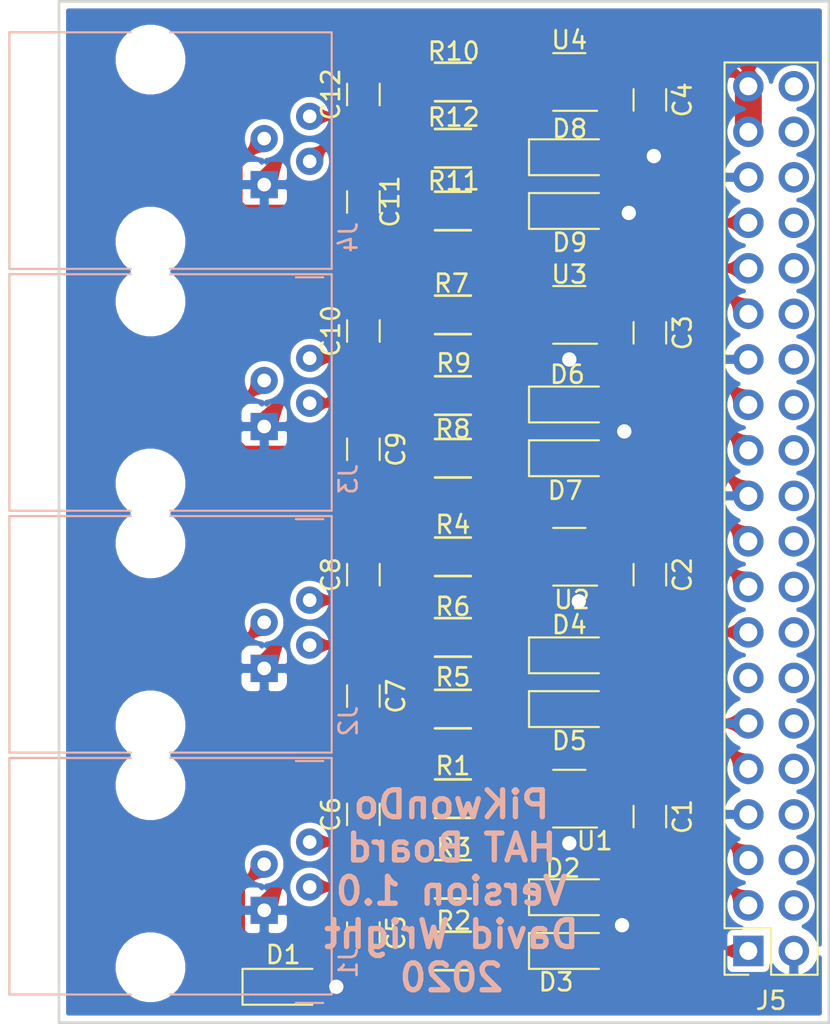
<source format=kicad_pcb>
(kicad_pcb (version 20171130) (host pcbnew 5.1.6)
  (layers (0 F.Cu signal) (31 B.Cu signal) (34 B.Paste user) (35 F.Paste user hide) (36 B.SilkS user) (37 F.SilkS user) (38 B.Mask user) (39 F.Mask user hide) (44 Edge.Cuts user))
  (net 0 "")
  (net 1 GND)
  (net 2 "Net-(C5-Pad1)")
  (net 3 "Net-(C6-Pad1)")
  (net 4 "Net-(C7-Pad1)")
  (net 5 "Net-(C8-Pad1)")
  (net 6 +5V)
  (net 7 /J1_LOAD)
  (net 8 /J2_LOAD)
  (net 9 /J3_LOAD)
  (net 10 /C_LOAD)
  (net 11 "Net-(C9-Pad1)")
  (net 12 "Net-(C10-Pad1)")
  (net 13 "Net-(C11-Pad1)")
  (net 14 "Net-(C12-Pad1)")
  (net 15 /J1_DATA)
  (net 16 /J2_DATA)
  (net 17 /J3_DATA)
  (net 18 /C_DATA)
  (net 19 /C_CLK)
  (net 20 /J3_CLK)
  (net 21 /J2_CLK)
  (net 22 /J1_CLK)
  (net 23 "Net-(R1-Pad1)")
  (net 24 "Net-(R4-Pad1)")
  (net 25 "Net-(R7-Pad1)")
  (net 26 "Net-(R10-Pad1)")
  (net 27 "Net-(J4-Pad2)")
  (net 28 "Net-(J3-Pad2)")
  (net 29 "Net-(J2-Pad2)")
  (net 30 "Net-(J1-Pad2)")
  (module Diode_SMD:D_SOD-123 (layer F.Cu) (at 82.5 127.5)
    (fp_text reference D1 (at 0.02 -1.787) (layer F.SilkS))
    (fp_text value 5V)
    (pad 2 smd rect (at 1.65 0) (size 0.9 1.2) (layers F.Cu F.Paste F.Mask) (net 1 GND))
    (pad 1 smd rect (at -1.65 0) (size 0.9 1.2) (layers F.Cu F.Paste F.Mask) (net 6 +5V))
  )
  (module Capacitor_SMD:C_1206_3216Metric_Pad1.42x1.75mm_HandSolder (layer F.Cu) (at 87 90.9 90)
    (fp_text reference C10 (at 0 -1.82 90) (layer F.SilkS))
    (fp_text value 470pF)
    (pad 2 smd roundrect (at 1.4875 0 90) (size 1.425 1.75) (layers F.Cu F.Paste F.Mask) (roundrect_rratio 0.175439) (net 1 GND))
    (pad 1 smd roundrect (at -1.4875 0 90) (size 1.425 1.75) (layers F.Cu F.Paste F.Mask) (roundrect_rratio 0.175439) (net 12 "Net-(C10-Pad1)"))
  )
  (module Capacitor_SMD:C_1206_3216Metric_Pad1.42x1.75mm_HandSolder (layer F.Cu) (at 87 97.5 270)
    (fp_text reference C9 (at 0 -1.82 270) (layer F.SilkS))
    (fp_text value 470pF)
    (pad 2 smd roundrect (at 1.4875 0 270) (size 1.425 1.75) (layers F.Cu F.Paste F.Mask) (roundrect_rratio 0.175439) (net 1 GND))
    (pad 1 smd roundrect (at -1.4875 0 270) (size 1.425 1.75) (layers F.Cu F.Paste F.Mask) (roundrect_rratio 0.175439) (net 11 "Net-(C9-Pad1)"))
  )
  (module Diode_SMD:D_SOD-123 (layer F.Cu) (at 98.5 98)
    (fp_text reference D7 (at -0.232 1.805) (layer F.SilkS))
    (fp_text value 3.3V)
    (pad 2 smd rect (at 1.65 0) (size 0.9 1.2) (layers F.Cu F.Paste F.Mask) (net 1 GND))
    (pad 1 smd rect (at -1.65 0) (size 0.9 1.2) (layers F.Cu F.Paste F.Mask) (net 9 /J3_LOAD))
  )
  (module Diode_SMD:D_SOD-123 (layer F.Cu) (at 98.5 95)
    (fp_text reference D6 (at -0.105 -1.672) (layer F.SilkS))
    (fp_text value 3.3V)
    (pad 2 smd rect (at 1.65 0) (size 0.9 1.2) (layers F.Cu F.Paste F.Mask) (net 1 GND))
    (pad 1 smd rect (at -1.65 0) (size 0.9 1.2) (layers F.Cu F.Paste F.Mask) (net 17 /J3_DATA))
  )
  (module Connector_PinSocket_2.54mm:PinSocket_2x20_P2.54mm_Vertical (layer F.Cu) (at 108.5 125.5 180)
    (fp_text reference J5 (at -1.27 -2.77 180) (layer F.SilkS))
    (fp_text value Conn_02x20_Odd_Even)
    (pad 40 thru_hole oval (at -2.54 48.26 180) (size 1.7 1.7) (drill 1) (layers *.Cu *.Mask))
    (pad 39 thru_hole oval (at 0 48.26 180) (size 1.7 1.7) (drill 1) (layers *.Cu *.Mask) (net 6 +5V))
    (pad 38 thru_hole oval (at -2.54 45.72 180) (size 1.7 1.7) (drill 1) (layers *.Cu *.Mask))
    (pad 37 thru_hole oval (at 0 45.72 180) (size 1.7 1.7) (drill 1) (layers *.Cu *.Mask) (net 6 +5V))
    (pad 36 thru_hole oval (at -2.54 43.18 180) (size 1.7 1.7) (drill 1) (layers *.Cu *.Mask))
    (pad 35 thru_hole oval (at 0 43.18 180) (size 1.7 1.7) (drill 1) (layers *.Cu *.Mask) (net 1 GND))
    (pad 34 thru_hole oval (at -2.54 40.64 180) (size 1.7 1.7) (drill 1) (layers *.Cu *.Mask))
    (pad 33 thru_hole oval (at 0 40.64 180) (size 1.7 1.7) (drill 1) (layers *.Cu *.Mask) (net 19 /C_CLK))
    (pad 32 thru_hole oval (at -2.54 38.1 180) (size 1.7 1.7) (drill 1) (layers *.Cu *.Mask))
    (pad 31 thru_hole oval (at 0 38.1 180) (size 1.7 1.7) (drill 1) (layers *.Cu *.Mask) (net 18 /C_DATA))
    (pad 30 thru_hole oval (at -2.54 35.56 180) (size 1.7 1.7) (drill 1) (layers *.Cu *.Mask))
    (pad 29 thru_hole oval (at 0 35.56 180) (size 1.7 1.7) (drill 1) (layers *.Cu *.Mask) (net 10 /C_LOAD))
    (pad 28 thru_hole oval (at -2.54 33.02 180) (size 1.7 1.7) (drill 1) (layers *.Cu *.Mask))
    (pad 27 thru_hole oval (at 0 33.02 180) (size 1.7 1.7) (drill 1) (layers *.Cu *.Mask) (net 1 GND))
    (pad 26 thru_hole oval (at -2.54 30.48 180) (size 1.7 1.7) (drill 1) (layers *.Cu *.Mask))
    (pad 25 thru_hole oval (at 0 30.48 180) (size 1.7 1.7) (drill 1) (layers *.Cu *.Mask) (net 20 /J3_CLK))
    (pad 24 thru_hole oval (at -2.54 27.94 180) (size 1.7 1.7) (drill 1) (layers *.Cu *.Mask))
    (pad 23 thru_hole oval (at 0 27.94 180) (size 1.7 1.7) (drill 1) (layers *.Cu *.Mask) (net 17 /J3_DATA))
    (pad 22 thru_hole oval (at -2.54 25.4 180) (size 1.7 1.7) (drill 1) (layers *.Cu *.Mask))
    (pad 21 thru_hole oval (at 0 25.4 180) (size 1.7 1.7) (drill 1) (layers *.Cu *.Mask) (net 1 GND))
    (pad 20 thru_hole oval (at -2.54 22.86 180) (size 1.7 1.7) (drill 1) (layers *.Cu *.Mask))
    (pad 19 thru_hole oval (at 0 22.86 180) (size 1.7 1.7) (drill 1) (layers *.Cu *.Mask) (net 9 /J3_LOAD))
    (pad 18 thru_hole oval (at -2.54 20.32 180) (size 1.7 1.7) (drill 1) (layers *.Cu *.Mask))
    (pad 17 thru_hole oval (at 0 20.32 180) (size 1.7 1.7) (drill 1) (layers *.Cu *.Mask) (net 21 /J2_CLK))
    (pad 16 thru_hole oval (at -2.54 17.78 180) (size 1.7 1.7) (drill 1) (layers *.Cu *.Mask))
    (pad 15 thru_hole oval (at 0 17.78 180) (size 1.7 1.7) (drill 1) (layers *.Cu *.Mask) (net 16 /J2_DATA))
    (pad 14 thru_hole oval (at -2.54 15.24 180) (size 1.7 1.7) (drill 1) (layers *.Cu *.Mask))
    (pad 13 thru_hole oval (at 0 15.24 180) (size 1.7 1.7) (drill 1) (layers *.Cu *.Mask))
    (pad 12 thru_hole oval (at -2.54 12.7 180) (size 1.7 1.7) (drill 1) (layers *.Cu *.Mask))
    (pad 11 thru_hole oval (at 0 12.7 180) (size 1.7 1.7) (drill 1) (layers *.Cu *.Mask) (net 1 GND))
    (pad 10 thru_hole oval (at -2.54 10.16 180) (size 1.7 1.7) (drill 1) (layers *.Cu *.Mask))
    (pad 9 thru_hole oval (at 0 10.16 180) (size 1.7 1.7) (drill 1) (layers *.Cu *.Mask) (net 8 /J2_LOAD))
    (pad 8 thru_hole oval (at -2.54 7.62 180) (size 1.7 1.7) (drill 1) (layers *.Cu *.Mask))
    (pad 7 thru_hole oval (at 0 7.62 180) (size 1.7 1.7) (drill 1) (layers *.Cu *.Mask) (net 1 GND))
    (pad 6 thru_hole oval (at -2.54 5.08 180) (size 1.7 1.7) (drill 1) (layers *.Cu *.Mask))
    (pad 5 thru_hole oval (at 0 5.08 180) (size 1.7 1.7) (drill 1) (layers *.Cu *.Mask) (net 22 /J1_CLK))
    (pad 4 thru_hole oval (at -2.54 2.54 180) (size 1.7 1.7) (drill 1) (layers *.Cu *.Mask))
    (pad 3 thru_hole oval (at 0 2.54 180) (size 1.7 1.7) (drill 1) (layers *.Cu *.Mask) (net 15 /J1_DATA))
    (pad 2 thru_hole oval (at -2.54 0 180) (size 1.7 1.7) (drill 1) (layers *.Cu *.Mask) (net 1 GND))
    (pad 1 thru_hole rect (at 0 0 180) (size 1.7 1.7) (drill 1) (layers *.Cu *.Mask) (net 7 /J1_LOAD))
  )
  (module Diode_SMD:D_SOD-123 (layer F.Cu) (at 98.5 81.2)
    (fp_text reference D8 (at 0.022 -1.588) (layer F.SilkS))
    (fp_text value 3.3V)
    (pad 2 smd rect (at 1.65 0) (size 0.9 1.2) (layers F.Cu F.Paste F.Mask) (net 1 GND))
    (pad 1 smd rect (at -1.65 0) (size 0.9 1.2) (layers F.Cu F.Paste F.Mask) (net 18 /C_DATA))
  )
  (module Diode_SMD:D_SOD-123 (layer F.Cu) (at 98.5 122.5)
    (fp_text reference D2 (at -0.359 -1.613) (layer F.SilkS))
    (fp_text value 3.3V)
    (pad 2 smd rect (at 1.65 0) (size 0.9 1.2) (layers F.Cu F.Paste F.Mask) (net 1 GND))
    (pad 1 smd rect (at -1.65 0) (size 0.9 1.2) (layers F.Cu F.Paste F.Mask) (net 15 /J1_DATA))
  )
  (module Diode_SMD:D_SOD-123 (layer F.Cu) (at 98.5 125.5)
    (fp_text reference D3 (at -0.74 1.737) (layer F.SilkS))
    (fp_text value 3.3V)
    (pad 2 smd rect (at 1.65 0) (size 0.9 1.2) (layers F.Cu F.Paste F.Mask) (net 1 GND))
    (pad 1 smd rect (at -1.65 0) (size 0.9 1.2) (layers F.Cu F.Paste F.Mask) (net 7 /J1_LOAD))
  )
  (module Diode_SMD:D_SOD-123 (layer F.Cu) (at 98.5 109)
    (fp_text reference D4 (at 0 -1.702) (layer F.SilkS))
    (fp_text value 3.3V)
    (pad 2 smd rect (at 1.65 0) (size 0.9 1.2) (layers F.Cu F.Paste F.Mask) (net 1 GND))
    (pad 1 smd rect (at -1.65 0) (size 0.9 1.2) (layers F.Cu F.Paste F.Mask) (net 16 /J2_DATA))
  )
  (module Diode_SMD:D_SOD-123 (layer F.Cu) (at 98.5 84.2)
    (fp_text reference D9 (at 0.022 1.762) (layer F.SilkS))
    (fp_text value 3.3V)
    (pad 2 smd rect (at 1.65 0) (size 0.9 1.2) (layers F.Cu F.Paste F.Mask) (net 1 GND))
    (pad 1 smd rect (at -1.65 0) (size 0.9 1.2) (layers F.Cu F.Paste F.Mask) (net 10 /C_LOAD))
  )
  (module Diode_SMD:D_SOD-123 (layer F.Cu) (at 98.5 112)
    (fp_text reference D5 (at 0 1.775) (layer F.SilkS))
    (fp_text value 3.3V)
    (pad 2 smd rect (at 1.65 0) (size 0.9 1.2) (layers F.Cu F.Paste F.Mask) (net 1 GND))
    (pad 1 smd rect (at -1.65 0) (size 0.9 1.2) (layers F.Cu F.Paste F.Mask) (net 8 /J2_LOAD))
  )
  (module Capacitor_SMD:C_1206_3216Metric_Pad1.42x1.75mm_HandSolder (layer F.Cu) (at 103 118 270)
    (fp_text reference C1 (at 0 -1.82 270) (layer F.SilkS))
    (fp_text value 10nF)
    (pad 2 smd roundrect (at 1.4875 0 270) (size 1.425 1.75) (layers F.Cu F.Paste F.Mask) (roundrect_rratio 0.175439) (net 1 GND))
    (pad 1 smd roundrect (at -1.4875 0 270) (size 1.425 1.75) (layers F.Cu F.Paste F.Mask) (roundrect_rratio 0.175439) (net 6 +5V))
  )
  (module Capacitor_SMD:C_1206_3216Metric_Pad1.42x1.75mm_HandSolder (layer F.Cu) (at 103 104.5 270)
    (fp_text reference C2 (at 0 -1.82 270) (layer F.SilkS))
    (fp_text value 10nF)
    (pad 2 smd roundrect (at 1.4875 0 270) (size 1.425 1.75) (layers F.Cu F.Paste F.Mask) (roundrect_rratio 0.175439) (net 1 GND))
    (pad 1 smd roundrect (at -1.4875 0 270) (size 1.425 1.75) (layers F.Cu F.Paste F.Mask) (roundrect_rratio 0.175439) (net 6 +5V))
  )
  (module Capacitor_SMD:C_1206_3216Metric_Pad1.42x1.75mm_HandSolder (layer F.Cu) (at 103 91 270)
    (fp_text reference C3 (at 0 -1.82 270) (layer F.SilkS))
    (fp_text value 10nF)
    (pad 2 smd roundrect (at 1.4875 0 270) (size 1.425 1.75) (layers F.Cu F.Paste F.Mask) (roundrect_rratio 0.175439) (net 1 GND))
    (pad 1 smd roundrect (at -1.4875 0 270) (size 1.425 1.75) (layers F.Cu F.Paste F.Mask) (roundrect_rratio 0.175439) (net 6 +5V))
  )
  (module Capacitor_SMD:C_1206_3216Metric_Pad1.42x1.75mm_HandSolder (layer F.Cu) (at 103 78 270)
    (fp_text reference C4 (at 0 -1.82 270) (layer F.SilkS))
    (fp_text value 10nF)
    (pad 2 smd roundrect (at 1.4875 0 270) (size 1.425 1.75) (layers F.Cu F.Paste F.Mask) (roundrect_rratio 0.175439) (net 1 GND))
    (pad 1 smd roundrect (at -1.4875 0 270) (size 1.425 1.75) (layers F.Cu F.Paste F.Mask) (roundrect_rratio 0.175439) (net 6 +5V))
  )
  (module Capacitor_SMD:C_1206_3216Metric_Pad1.42x1.75mm_HandSolder (layer F.Cu) (at 87 124.5 270)
    (fp_text reference C5 (at 0 -1.82 270) (layer F.SilkS))
    (fp_text value 470pF)
    (pad 2 smd roundrect (at 1.4875 0 270) (size 1.425 1.75) (layers F.Cu F.Paste F.Mask) (roundrect_rratio 0.175439) (net 1 GND))
    (pad 1 smd roundrect (at -1.4875 0 270) (size 1.425 1.75) (layers F.Cu F.Paste F.Mask) (roundrect_rratio 0.175439) (net 2 "Net-(C5-Pad1)"))
  )
  (module Capacitor_SMD:C_1206_3216Metric_Pad1.42x1.75mm_HandSolder (layer F.Cu) (at 87 117.879 90)
    (fp_text reference C6 (at 0 -1.82 90) (layer F.SilkS))
    (fp_text value 470pF)
    (pad 2 smd roundrect (at 1.4875 0 90) (size 1.425 1.75) (layers F.Cu F.Paste F.Mask) (roundrect_rratio 0.175439) (net 1 GND))
    (pad 1 smd roundrect (at -1.4875 0 90) (size 1.425 1.75) (layers F.Cu F.Paste F.Mask) (roundrect_rratio 0.175439) (net 3 "Net-(C6-Pad1)"))
  )
  (module Capacitor_SMD:C_1206_3216Metric_Pad1.42x1.75mm_HandSolder (layer F.Cu) (at 87 111.275 270)
    (fp_text reference C7 (at 0 -1.82 270) (layer F.SilkS))
    (fp_text value 470pF)
    (pad 2 smd roundrect (at 1.4875 0 270) (size 1.425 1.75) (layers F.Cu F.Paste F.Mask) (roundrect_rratio 0.175439) (net 1 GND))
    (pad 1 smd roundrect (at -1.4875 0 270) (size 1.425 1.75) (layers F.Cu F.Paste F.Mask) (roundrect_rratio 0.175439) (net 4 "Net-(C7-Pad1)"))
  )
  (module Capacitor_SMD:C_1206_3216Metric_Pad1.42x1.75mm_HandSolder (layer F.Cu) (at 87 104.5 90)
    (fp_text reference C8 (at 0 -1.82 90) (layer F.SilkS))
    (fp_text value 470pF)
    (pad 2 smd roundrect (at 1.4875 0 90) (size 1.425 1.75) (layers F.Cu F.Paste F.Mask) (roundrect_rratio 0.175439) (net 1 GND))
    (pad 1 smd roundrect (at -1.4875 0 90) (size 1.425 1.75) (layers F.Cu F.Paste F.Mask) (roundrect_rratio 0.175439) (net 5 "Net-(C8-Pad1)"))
  )
  (module Capacitor_SMD:C_1206_3216Metric_Pad1.42x1.75mm_HandSolder (layer F.Cu) (at 87 83.7 270)
    (fp_text reference C11 (at -0.024 -1.489 270) (layer F.SilkS))
    (fp_text value 470pF)
    (pad 2 smd roundrect (at 1.4875 0 270) (size 1.425 1.75) (layers F.Cu F.Paste F.Mask) (roundrect_rratio 0.175439) (net 1 GND))
    (pad 1 smd roundrect (at -1.4875 0 270) (size 1.425 1.75) (layers F.Cu F.Paste F.Mask) (roundrect_rratio 0.175439) (net 13 "Net-(C11-Pad1)"))
  )
  (module Capacitor_SMD:C_1206_3216Metric_Pad1.42x1.75mm_HandSolder (layer F.Cu) (at 87 77.7 90)
    (fp_text reference C12 (at 0 -1.82 90) (layer F.SilkS))
    (fp_text value 470pF)
    (pad 2 smd roundrect (at 1.4875 0 90) (size 1.425 1.75) (layers F.Cu F.Paste F.Mask) (roundrect_rratio 0.175439) (net 1 GND))
    (pad 1 smd roundrect (at -1.4875 0 90) (size 1.425 1.75) (layers F.Cu F.Paste F.Mask) (roundrect_rratio 0.175439) (net 14 "Net-(C12-Pad1)"))
  )
  (module Local_lib:RJ14 (layer B.Cu) (at 84 111 90)
    (fp_text reference J2 (at -1.67 2.16 90) (layer B.SilkS) (effects (justify mirror)))
    (fp_text value RJ10)
    (pad 1 thru_hole rect (at 1.27 -2.54 90) (size 1.52 1.52) (drill 0.76) (layers *.Cu *.Mask) (net 1 GND))
    (pad "" np_thru_hole circle (at -1.91 -8.89 90) (size 3.25 3.25) (drill 3.25) (layers *.Cu *.Mask))
    (pad 2 thru_hole circle (at 2.57 0 90) (size 1.52 1.52) (drill 0.76) (layers *.Cu *.Mask) (net 29 "Net-(J2-Pad2)"))
    (pad 3 thru_hole circle (at 3.84 -2.54 90) (size 1.52 1.52) (drill 0.76) (layers *.Cu *.Mask) (net 4 "Net-(C7-Pad1)"))
    (pad 4 thru_hole circle (at 5.08 0 90) (size 1.52 1.52) (drill 0.76) (layers *.Cu *.Mask) (net 5 "Net-(C8-Pad1)"))
    (pad "" np_thru_hole circle (at 8.25 -8.89 90) (size 3.25 3.25) (drill 3.25) (layers *.Cu *.Mask))
  )
  (module TO_SOT_Packages_SMD:SOT-23-5_HandSoldering (layer F.Cu) (at 98.5 90 180)
    (fp_text reference U3 (at 0 2.26 180) (layer F.SilkS))
    (fp_text value 74LV1T34)
    (pad 1 smd rect (at -1.35 -0.95 180) (size 1.56 0.65) (layers F.Cu F.Paste F.Mask))
    (pad 2 smd rect (at -1.35 0 180) (size 1.56 0.65) (layers F.Cu F.Paste F.Mask) (net 20 /J3_CLK))
    (pad 3 smd rect (at -1.35 0.95 180) (size 1.56 0.65) (layers F.Cu F.Paste F.Mask) (net 1 GND))
    (pad 4 smd rect (at 1.35 0.95 180) (size 1.56 0.65) (layers F.Cu F.Paste F.Mask) (net 25 "Net-(R7-Pad1)"))
    (pad 5 smd rect (at 1.35 -0.95 180) (size 1.56 0.65) (layers F.Cu F.Paste F.Mask) (net 6 +5V))
  )
  (module Resistors_SMD:R_1206_HandSoldering (layer F.Cu) (at 92 98 180)
    (fp_text reference R8 (at 0 1.624 180) (layer F.SilkS))
    (fp_text value 10)
    (pad 1 smd rect (at -2 0 180) (size 2 1.7) (layers F.Cu F.Paste F.Mask) (net 9 /J3_LOAD))
    (pad 2 smd rect (at 2 0 180) (size 2 1.7) (layers F.Cu F.Paste F.Mask) (net 11 "Net-(C9-Pad1)"))
  )
  (module Resistors_SMD:R_1206_HandSoldering (layer F.Cu) (at 92 90 180)
    (fp_text reference R7 (at 0.082 1.752 180) (layer F.SilkS))
    (fp_text value 10)
    (pad 1 smd rect (at -2 0 180) (size 2 1.7) (layers F.Cu F.Paste F.Mask) (net 25 "Net-(R7-Pad1)"))
    (pad 2 smd rect (at 2 0 180) (size 2 1.7) (layers F.Cu F.Paste F.Mask) (net 12 "Net-(C10-Pad1)"))
  )
  (module Local_lib:RJ14 (layer B.Cu) (at 84 97.5 90)
    (fp_text reference J3 (at -1.67 2.16 90) (layer B.SilkS) (effects (justify mirror)))
    (fp_text value RJ10)
    (pad "" np_thru_hole circle (at 8.25 -8.89 90) (size 3.25 3.25) (drill 3.25) (layers *.Cu *.Mask))
    (pad 4 thru_hole circle (at 5.08 0 90) (size 1.52 1.52) (drill 0.76) (layers *.Cu *.Mask) (net 12 "Net-(C10-Pad1)"))
    (pad 3 thru_hole circle (at 3.84 -2.54 90) (size 1.52 1.52) (drill 0.76) (layers *.Cu *.Mask) (net 11 "Net-(C9-Pad1)"))
    (pad 2 thru_hole circle (at 2.57 0 90) (size 1.52 1.52) (drill 0.76) (layers *.Cu *.Mask) (net 28 "Net-(J3-Pad2)"))
    (pad "" np_thru_hole circle (at -1.91 -8.89 90) (size 3.25 3.25) (drill 3.25) (layers *.Cu *.Mask))
    (pad 1 thru_hole rect (at 1.27 -2.54 90) (size 1.52 1.52) (drill 0.76) (layers *.Cu *.Mask) (net 1 GND))
  )
  (module Resistors_SMD:R_1206_HandSoldering (layer F.Cu) (at 92 94.5 180)
    (fp_text reference R9 (at -0.045 1.807 180) (layer F.SilkS))
    (fp_text value 470)
    (pad 1 smd rect (at -2 0 180) (size 2 1.7) (layers F.Cu F.Paste F.Mask) (net 17 /J3_DATA))
    (pad 2 smd rect (at 2 0 180) (size 2 1.7) (layers F.Cu F.Paste F.Mask) (net 28 "Net-(J3-Pad2)"))
  )
  (module Local_lib:RJ14 (layer B.Cu) (at 84 124.5 90)
    (fp_text reference J1 (at -1.67 2.16 90) (layer B.SilkS) (effects (justify mirror)))
    (fp_text value RJ10)
    (pad "" np_thru_hole circle (at 8.25 -8.89 90) (size 3.25 3.25) (drill 3.25) (layers *.Cu *.Mask))
    (pad 4 thru_hole circle (at 5.08 0 90) (size 1.52 1.52) (drill 0.76) (layers *.Cu *.Mask) (net 3 "Net-(C6-Pad1)"))
    (pad 3 thru_hole circle (at 3.84 -2.54 90) (size 1.52 1.52) (drill 0.76) (layers *.Cu *.Mask) (net 2 "Net-(C5-Pad1)"))
    (pad 2 thru_hole circle (at 2.57 0 90) (size 1.52 1.52) (drill 0.76) (layers *.Cu *.Mask) (net 30 "Net-(J1-Pad2)"))
    (pad "" np_thru_hole circle (at -1.91 -8.89 90) (size 3.25 3.25) (drill 3.25) (layers *.Cu *.Mask))
    (pad 1 thru_hole rect (at 1.27 -2.54 90) (size 1.52 1.52) (drill 0.76) (layers *.Cu *.Mask) (net 1 GND))
  )
  (module Local_lib:RJ14 (layer B.Cu) (at 84 84 90)
    (fp_text reference J4 (at -1.67 2.16 90) (layer B.SilkS) (effects (justify mirror)))
    (fp_text value RJ10)
    (pad 1 thru_hole rect (at 1.27 -2.54 90) (size 1.52 1.52) (drill 0.76) (layers *.Cu *.Mask) (net 1 GND))
    (pad "" np_thru_hole circle (at -1.91 -8.89 90) (size 3.25 3.25) (drill 3.25) (layers *.Cu *.Mask))
    (pad 2 thru_hole circle (at 2.57 0 90) (size 1.52 1.52) (drill 0.76) (layers *.Cu *.Mask) (net 27 "Net-(J4-Pad2)"))
    (pad 3 thru_hole circle (at 3.84 -2.54 90) (size 1.52 1.52) (drill 0.76) (layers *.Cu *.Mask) (net 13 "Net-(C11-Pad1)"))
    (pad 4 thru_hole circle (at 5.08 0 90) (size 1.52 1.52) (drill 0.76) (layers *.Cu *.Mask) (net 14 "Net-(C12-Pad1)"))
    (pad "" np_thru_hole circle (at 8.25 -8.89 90) (size 3.25 3.25) (drill 3.25) (layers *.Cu *.Mask))
  )
  (module Resistors_SMD:R_1206_HandSoldering (layer F.Cu) (at 92 121.5 180)
    (fp_text reference R3 (at -0.045 1.756 180) (layer F.SilkS))
    (fp_text value 470)
    (pad 1 smd rect (at -2 0 180) (size 2 1.7) (layers F.Cu F.Paste F.Mask) (net 15 /J1_DATA))
    (pad 2 smd rect (at 2 0 180) (size 2 1.7) (layers F.Cu F.Paste F.Mask) (net 30 "Net-(J1-Pad2)"))
  )
  (module Resistors_SMD:R_1206_HandSoldering (layer F.Cu) (at 92 108 180)
    (fp_text reference R6 (at 0 1.718 180) (layer F.SilkS))
    (fp_text value 470)
    (pad 1 smd rect (at -2 0 180) (size 2 1.7) (layers F.Cu F.Paste F.Mask) (net 16 /J2_DATA))
    (pad 2 smd rect (at 2 0 180) (size 2 1.7) (layers F.Cu F.Paste F.Mask) (net 29 "Net-(J2-Pad2)"))
  )
  (module Resistors_SMD:R_1206_HandSoldering (layer F.Cu) (at 92 80.7 180)
    (fp_text reference R12 (at -0.045 1.723 180) (layer F.SilkS))
    (fp_text value 470)
    (pad 1 smd rect (at -2 0 180) (size 2 1.7) (layers F.Cu F.Paste F.Mask) (net 18 /C_DATA))
    (pad 2 smd rect (at 2 0 180) (size 2 1.7) (layers F.Cu F.Paste F.Mask) (net 27 "Net-(J4-Pad2)"))
  )
  (module Resistors_SMD:R_1206_HandSoldering (layer F.Cu) (at 92 125.5 180)
    (fp_text reference R2 (at -0.045 1.692 180) (layer F.SilkS))
    (fp_text value 10)
    (pad 1 smd rect (at -2 0 180) (size 2 1.7) (layers F.Cu F.Paste F.Mask) (net 7 /J1_LOAD))
    (pad 2 smd rect (at 2 0 180) (size 2 1.7) (layers F.Cu F.Paste F.Mask) (net 2 "Net-(C5-Pad1)"))
  )
  (module Resistors_SMD:R_1206_HandSoldering (layer F.Cu) (at 92 112 180)
    (fp_text reference R5 (at 0 1.781 180) (layer F.SilkS))
    (fp_text value 10)
    (pad 1 smd rect (at -2 0 180) (size 2 1.7) (layers F.Cu F.Paste F.Mask) (net 8 /J2_LOAD))
    (pad 2 smd rect (at 2 0 180) (size 2 1.7) (layers F.Cu F.Paste F.Mask) (net 4 "Net-(C7-Pad1)"))
  )
  (module Resistors_SMD:R_1206_HandSoldering (layer F.Cu) (at 92 84.2 180)
    (fp_text reference R11 (at -0.045 1.667 180) (layer F.SilkS))
    (fp_text value 10)
    (pad 1 smd rect (at -2 0 180) (size 2 1.7) (layers F.Cu F.Paste F.Mask) (net 10 /C_LOAD))
    (pad 2 smd rect (at 2 0 180) (size 2 1.7) (layers F.Cu F.Paste F.Mask) (net 13 "Net-(C11-Pad1)"))
  )
  (module Resistors_SMD:R_1206_HandSoldering (layer F.Cu) (at 92 117 180)
    (fp_text reference R1 (at 0 1.828 180) (layer F.SilkS))
    (fp_text value 10)
    (pad 1 smd rect (at -2 0 180) (size 2 1.7) (layers F.Cu F.Paste F.Mask) (net 23 "Net-(R1-Pad1)"))
    (pad 2 smd rect (at 2 0 180) (size 2 1.7) (layers F.Cu F.Paste F.Mask) (net 3 "Net-(C6-Pad1)"))
  )
  (module Resistors_SMD:R_1206_HandSoldering (layer F.Cu) (at 92 103.5 180)
    (fp_text reference R4 (at 0 1.79 180) (layer F.SilkS))
    (fp_text value 10)
    (pad 1 smd rect (at -2 0 180) (size 2 1.7) (layers F.Cu F.Paste F.Mask) (net 24 "Net-(R4-Pad1)"))
    (pad 2 smd rect (at 2 0 180) (size 2 1.7) (layers F.Cu F.Paste F.Mask) (net 5 "Net-(C8-Pad1)"))
  )
  (module Resistors_SMD:R_1206_HandSoldering (layer F.Cu) (at 92 77 180)
    (fp_text reference R10 (at -0.045 1.706 180) (layer F.SilkS))
    (fp_text value 10)
    (pad 1 smd rect (at -2 0 180) (size 2 1.7) (layers F.Cu F.Paste F.Mask) (net 26 "Net-(R10-Pad1)"))
    (pad 2 smd rect (at 2 0 180) (size 2 1.7) (layers F.Cu F.Paste F.Mask) (net 14 "Net-(C12-Pad1)"))
  )
  (module TO_SOT_Packages_SMD:SOT-23-5_HandSoldering (layer F.Cu) (at 98.5 117 180)
    (fp_text reference U1 (at -1.419 -2.363 180) (layer F.SilkS))
    (fp_text value 74LV1T34)
    (pad 1 smd rect (at -1.35 -0.95 180) (size 1.56 0.65) (layers F.Cu F.Paste F.Mask))
    (pad 2 smd rect (at -1.35 0 180) (size 1.56 0.65) (layers F.Cu F.Paste F.Mask) (net 22 /J1_CLK))
    (pad 3 smd rect (at -1.35 0.95 180) (size 1.56 0.65) (layers F.Cu F.Paste F.Mask) (net 1 GND))
    (pad 4 smd rect (at 1.35 0.95 180) (size 1.56 0.65) (layers F.Cu F.Paste F.Mask) (net 23 "Net-(R1-Pad1)"))
    (pad 5 smd rect (at 1.35 -0.95 180) (size 1.56 0.65) (layers F.Cu F.Paste F.Mask) (net 6 +5V))
  )
  (module TO_SOT_Packages_SMD:SOT-23-5_HandSoldering (layer F.Cu) (at 98.5 77 180)
    (fp_text reference U4 (at 0 2.341 180) (layer F.SilkS))
    (fp_text value 74LV1T34)
    (pad 1 smd rect (at -1.35 -0.95 180) (size 1.56 0.65) (layers F.Cu F.Paste F.Mask))
    (pad 2 smd rect (at -1.35 0 180) (size 1.56 0.65) (layers F.Cu F.Paste F.Mask) (net 19 /C_CLK))
    (pad 3 smd rect (at -1.35 0.95 180) (size 1.56 0.65) (layers F.Cu F.Paste F.Mask) (net 1 GND))
    (pad 4 smd rect (at 1.35 0.95 180) (size 1.56 0.65) (layers F.Cu F.Paste F.Mask) (net 26 "Net-(R10-Pad1)"))
    (pad 5 smd rect (at 1.35 -0.95 180) (size 1.56 0.65) (layers F.Cu F.Paste F.Mask) (net 6 +5V))
  )
  (module TO_SOT_Packages_SMD:SOT-23-5_HandSoldering (layer F.Cu) (at 98.5 103.5 180)
    (fp_text reference U2 (at -0.149 -2.401 180) (layer F.SilkS))
    (fp_text value 74LV1T34)
    (pad 1 smd rect (at -1.35 -0.95 180) (size 1.56 0.65) (layers F.Cu F.Paste F.Mask))
    (pad 2 smd rect (at -1.35 0 180) (size 1.56 0.65) (layers F.Cu F.Paste F.Mask) (net 21 /J2_CLK))
    (pad 3 smd rect (at -1.35 0.95 180) (size 1.56 0.65) (layers F.Cu F.Paste F.Mask) (net 1 GND))
    (pad 4 smd rect (at 1.35 0.95 180) (size 1.56 0.65) (layers F.Cu F.Paste F.Mask) (net 24 "Net-(R4-Pad1)"))
    (pad 5 smd rect (at 1.35 -0.95 180) (size 1.56 0.65) (layers F.Cu F.Paste F.Mask) (net 6 +5V))
  )
  (gr_text "PiKwonDo\nHAT Board\nVersion 1.0\nDavid Wright\n2020" (at 91.918 122.157) (layer B.SilkS) (effects (font (size 1.5 1.5) (thickness 0.3)) (justify mirror)))
  (gr_line (start 113 72.5) (end 113 129.5) (angle 90) (layer Edge.Cuts) (width 0.15))
  (gr_line (start 113 72.5) (end 70 72.5) (angle 90) (layer Edge.Cuts) (width 0.15))
  (gr_line (start 70 129.5) (end 70 72.5) (angle 90) (layer Edge.Cuts) (width 0.15))
  (gr_line (start 113 129.5) (end 70 129.5) (angle 90) (layer Edge.Cuts) (width 0.15))
  (segment (start 82.780001 107.793601) (end 82.780001 106.653603) (width 0.5) (layer F.Cu) (net 1))
  (segment (start 81.46 109.113602) (end 82.780001 107.793601) (width 0.5) (layer F.Cu) (net 1))
  (segment (start 82.780001 106.653603) (end 82.679999 106.553601) (width 0.5) (layer F.Cu) (net 1))
  (segment (start 81.46 109.73) (end 81.46 109.113602) (width 0.5) (layer F.Cu) (net 1))
  (segment (start 82.780001 79.653603) (end 82.679999 79.553601) (width 0.5) (layer F.Cu) (net 1))
  (segment (start 82.780001 80.793601) (end 82.780001 79.653603) (width 0.5) (layer F.Cu) (net 1))
  (segment (start 81.46 82.113602) (end 82.780001 80.793601) (width 0.5) (layer F.Cu) (net 1))
  (segment (start 81.46 82.73) (end 81.46 82.113602) (width 0.5) (layer F.Cu) (net 1))
  (segment (start 100.15 84.2) (end 100.15 81.2) (width 0.5) (layer F.Cu) (net 1))
  (segment (start 87 76.2125) (end 83.046998 76.2125) (width 0.5) (layer F.Cu) (net 1))
  (segment (start 82.526801 76.732697) (end 82.526801 79.173199) (width 0.5) (layer F.Cu) (net 1))
  (segment (start 83.046998 76.2125) (end 82.526801 76.732697) (width 0.5) (layer F.Cu) (net 1))
  (segment (start 82.679999 79.326397) (end 82.679999 79.553601) (width 0.5) (layer F.Cu) (net 1))
  (segment (start 82.526801 79.173199) (end 82.679999 79.326397) (width 0.5) (layer F.Cu) (net 1))
  (segment (start 98.57 76.05) (end 99.85 76.05) (width 0.5) (layer F.Cu) (net 1))
  (segment (start 98.5 76.12) (end 98.57 76.05) (width 0.5) (layer F.Cu) (net 1))
  (segment (start 98.5 79.213002) (end 98.5 76.12) (width 0.5) (layer F.Cu) (net 1))
  (segment (start 102.025 79.4875) (end 103 79.4875) (width 0.5) (layer F.Cu) (net 1))
  (segment (start 101.750502 79.213002) (end 102.025 79.4875) (width 0.5) (layer F.Cu) (net 1))
  (segment (start 98.5 79.213002) (end 101.750502 79.213002) (width 0.5) (layer F.Cu) (net 1))
  (segment (start 87 85.1875) (end 82.1875 85.1875) (width 0.5) (layer F.Cu) (net 1))
  (segment (start 79.18999 80.069508) (end 82.526801 76.732697) (width 0.5) (layer F.Cu) (net 1))
  (segment (start 79.18999 84.133519) (end 79.18999 80.069508) (width 0.5) (layer F.Cu) (net 1))
  (segment (start 79.966481 84.91001) (end 79.18999 84.133519) (width 0.5) (layer F.Cu) (net 1))
  (segment (start 81.91001 84.91001) (end 79.966481 84.91001) (width 0.5) (layer F.Cu) (net 1))
  (segment (start 82.1875 85.1875) (end 81.91001 84.91001) (width 0.5) (layer F.Cu) (net 1))
  (segment (start 106.4 98) (end 100.15 98) (width 0.5) (layer F.Cu) (net 1))
  (segment (start 108.5 100.1) (end 106.4 98) (width 0.5) (layer F.Cu) (net 1))
  (segment (start 100.15 96.5) (end 100.15 98) (width 0.5) (layer F.Cu) (net 1))
  (segment (start 100.15 95) (end 100.15 96.5) (width 0.5) (layer F.Cu) (net 1))
  (segment (start 98.5 89.12) (end 98.5 92.4875) (width 0.5) (layer F.Cu) (net 1))
  (segment (start 98.57 89.05) (end 98.5 89.12) (width 0.5) (layer F.Cu) (net 1))
  (segment (start 99.85 89.05) (end 98.57 89.05) (width 0.5) (layer F.Cu) (net 1))
  (segment (start 100.95 112.8) (end 100.15 112) (width 0.5) (layer F.Cu) (net 1))
  (segment (start 108.5 112.8) (end 100.95 112.8) (width 0.5) (layer F.Cu) (net 1))
  (segment (start 100.15 109) (end 100.15 110.5) (width 0.5) (layer F.Cu) (net 1))
  (segment (start 100.15 110.5) (end 100.15 112) (width 0.5) (layer F.Cu) (net 1))
  (segment (start 92 112.858002) (end 91.324155 113.533847) (width 0.5) (layer F.Cu) (net 1))
  (segment (start 87.771347 113.533847) (end 87 112.7625) (width 0.5) (layer F.Cu) (net 1))
  (segment (start 92 111.141998) (end 92 112.858002) (width 0.5) (layer F.Cu) (net 1))
  (segment (start 100.15 110.5) (end 92.641998 110.5) (width 0.5) (layer F.Cu) (net 1))
  (segment (start 91.324155 113.533847) (end 87.771347 113.533847) (width 0.5) (layer F.Cu) (net 1))
  (segment (start 92.641998 110.5) (end 92 111.141998) (width 0.5) (layer F.Cu) (net 1))
  (segment (start 99.0305 105.9875) (end 103 105.9875) (width 0.5) (layer F.Cu) (net 1))
  (segment (start 82.093601 105.406399) (end 82.093601 105.839999) (width 0.5) (layer F.Cu) (net 1))
  (segment (start 87 103.0125) (end 84.4875 103.0125) (width 0.5) (layer F.Cu) (net 1))
  (segment (start 84.4875 103.0125) (end 82.093601 105.406399) (width 0.5) (layer F.Cu) (net 1))
  (segment (start 82.780001 106.526399) (end 82.780001 106.653603) (width 0.5) (layer F.Cu) (net 1))
  (segment (start 82.093601 105.839999) (end 82.780001 106.526399) (width 0.5) (layer F.Cu) (net 1))
  (segment (start 84.968498 116.3915) (end 87 116.3915) (width 0.5) (layer F.Cu) (net 1))
  (segment (start 81.46 122.613602) (end 82.780001 121.293601) (width 0.5) (layer F.Cu) (net 1))
  (segment (start 82.780001 121.293601) (end 82.780001 120.153603) (width 0.5) (layer F.Cu) (net 1))
  (segment (start 82.780001 120.153603) (end 82.679999 120.053601) (width 0.5) (layer F.Cu) (net 1))
  (segment (start 82.679999 120.053601) (end 82.679999 118.679999) (width 0.5) (layer F.Cu) (net 1))
  (segment (start 81.46 123.23) (end 81.46 122.613602) (width 0.5) (layer F.Cu) (net 1))
  (segment (start 82.679999 118.679999) (end 84.968498 116.3915) (width 0.5) (layer F.Cu) (net 1))
  (segment (start 100.15 122.5) (end 100.15 124) (width 0.5) (layer F.Cu) (net 1))
  (segment (start 100.15 124) (end 100.15 125.5) (width 0.5) (layer F.Cu) (net 1))
  (segment (start 98.57 116.05) (end 99.85 116.05) (width 0.5) (layer F.Cu) (net 1))
  (segment (start 98.5 119.4875) (end 98.5 116.12) (width 0.5) (layer F.Cu) (net 1))
  (segment (start 98.5 116.12) (end 98.57 116.05) (width 0.5) (layer F.Cu) (net 1))
  (segment (start 83.75 127.5) (end 85.4875 127.5) (width 0.5) (layer F.Cu) (net 1))
  (segment (start 82.52 94.725) (end 81.46 95.613602) (width 0.5) (layer F.Cu) (net 1))
  (segment (start 82.679999 94.296399) (end 82.52 94.725) (width 0.5) (layer F.Cu) (net 1))
  (segment (start 87 89.4125) (end 85.053898 89.4125) (width 0.5) (layer F.Cu) (net 1))
  (segment (start 82.679999 91.786399) (end 82.679999 93.053601) (width 0.5) (layer F.Cu) (net 1))
  (segment (start 81.46 95.613602) (end 81.46 96.23) (width 0.5) (layer F.Cu) (net 1))
  (segment (start 83.028 93.948398) (end 82.679999 94.296399) (width 0.5) (layer F.Cu) (net 1))
  (segment (start 85.053898 89.4125) (end 82.679999 91.786399) (width 0.5) (layer F.Cu) (net 1))
  (segment (start 82.679999 93.053601) (end 83.028 93.401602) (width 0.5) (layer F.Cu) (net 1))
  (segment (start 83.028 93.401602) (end 83.028 93.948398) (width 0.5) (layer F.Cu) (net 1))
  (via (at 101.824 84.311) (size 1) (drill 0.8) (layers F.Cu B.Cu) (net 1))
  (segment (start 100.15 84.2) (end 101.713 84.2) (width 0.5) (layer F.Cu) (net 1))
  (segment (start 101.713 84.2) (end 101.824 84.311) (width 0.5) (layer F.Cu) (net 1))
  (segment (start 103 79.4875) (end 103 80.915) (width 0.5) (layer F.Cu) (net 1))
  (via (at 103.221 81.136) (size 1) (drill 0.8) (layers F.Cu B.Cu) (net 1))
  (segment (start 103 80.915) (end 103.221 81.136) (width 0.5) (layer F.Cu) (net 1))
  (via (at 98.5 119.4875) (size 1) (drill 0.8) (layers F.Cu B.Cu) (net 1))
  (segment (start 103 119.4875) (end 98.5 119.4875) (width 0.5) (layer F.Cu) (net 1))
  (via (at 101.443 124.062) (size 1) (drill 0.8) (layers F.Cu B.Cu) (net 1))
  (segment (start 100.15 124) (end 101.381 124) (width 0.5) (layer F.Cu) (net 1))
  (segment (start 101.381 124) (end 101.443 124.062) (width 0.5) (layer F.Cu) (net 1))
  (via (at 85.4875 127.5) (size 1) (drill 0.8) (layers F.Cu B.Cu) (net 1))
  (segment (start 87 125.9875) (end 85.4875 127.5) (width 0.5) (layer F.Cu) (net 1))
  (via (at 98.5 92.4875) (size 1) (drill 0.8) (layers F.Cu B.Cu) (net 1))
  (segment (start 103 92.4875) (end 98.5 92.4875) (width 0.5) (layer F.Cu) (net 1))
  (segment (start 87.771347 99.758847) (end 87 98.9875) (width 0.5) (layer F.Cu) (net 1))
  (segment (start 100.15 96.5) (end 92.641998 96.5) (width 0.5) (layer F.Cu) (net 1))
  (segment (start 92 97.141998) (end 92 98.858002) (width 0.5) (layer F.Cu) (net 1))
  (segment (start 92 98.858002) (end 91.099155 99.758847) (width 0.5) (layer F.Cu) (net 1))
  (segment (start 92.641998 96.5) (end 92 97.141998) (width 0.5) (layer F.Cu) (net 1))
  (segment (start 91.099155 99.758847) (end 87.771347 99.758847) (width 0.5) (layer F.Cu) (net 1))
  (via (at 101.57 96.503) (size 1) (drill 0.8) (layers F.Cu B.Cu) (net 1))
  (segment (start 100.15 96.5) (end 101.567 96.5) (width 0.5) (layer F.Cu) (net 1))
  (segment (start 101.567 96.5) (end 101.57 96.503) (width 0.5) (layer F.Cu) (net 1))
  (segment (start 98.509999 105.466999) (end 99.0305 105.9875) (width 0.5) (layer F.Cu) (net 1))
  (segment (start 98.57 102.55) (end 98.509999 102.610001) (width 0.5) (layer F.Cu) (net 1))
  (segment (start 99.85 102.55) (end 98.57 102.55) (width 0.5) (layer F.Cu) (net 1))
  (segment (start 98.509999 102.610001) (end 98.509999 105.466999) (width 0.5) (layer F.Cu) (net 1))
  (via (at 99.0305 105.9875) (size 1) (drill 0.8) (layers F.Cu B.Cu) (net 1))
  (segment (start 80.139999 124.438001) (end 80.701998 125) (width 0.5) (layer F.Cu) (net 2))
  (segment (start 81.46 120.66) (end 80.139999 121.980001) (width 0.5) (layer F.Cu) (net 2))
  (segment (start 80.139999 121.980001) (end 80.139999 124.438001) (width 0.5) (layer F.Cu) (net 2))
  (segment (start 85.0125 125) (end 87 123.0125) (width 0.5) (layer F.Cu) (net 2))
  (segment (start 80.701998 125) (end 85.0125 125) (width 0.5) (layer F.Cu) (net 2))
  (segment (start 87.5125 123.0125) (end 90 125.5) (width 0.5) (layer F.Cu) (net 2))
  (segment (start 87 123.0125) (end 87.5125 123.0125) (width 0.5) (layer F.Cu) (net 2))
  (segment (start 86.9465 119.42) (end 87 119.3665) (width 0.5) (layer F.Cu) (net 3))
  (segment (start 84 119.42) (end 86.9465 119.42) (width 0.5) (layer F.Cu) (net 3))
  (segment (start 87.6335 119.3665) (end 90 117) (width 0.5) (layer F.Cu) (net 3))
  (segment (start 87 119.3665) (end 87.6335 119.3665) (width 0.5) (layer F.Cu) (net 3))
  (segment (start 87.7875 109.7875) (end 90 112) (width 0.5) (layer F.Cu) (net 4))
  (segment (start 87 109.7875) (end 87.7875 109.7875) (width 0.5) (layer F.Cu) (net 4))
  (segment (start 80.700001 107.919999) (end 81.46 107.16) (width 0.5) (layer F.Cu) (net 4))
  (segment (start 79.870022 108.749978) (end 80.700001 107.919999) (width 0.5) (layer F.Cu) (net 4))
  (segment (start 79.870022 111.12002) (end 79.870022 108.749978) (width 0.5) (layer F.Cu) (net 4))
  (segment (start 87 109.7875) (end 85.2875 111.5) (width 0.5) (layer F.Cu) (net 4))
  (segment (start 80.250002 111.5) (end 79.870022 111.12002) (width 0.5) (layer F.Cu) (net 4))
  (segment (start 85.2875 111.5) (end 80.250002 111.5) (width 0.5) (layer F.Cu) (net 4))
  (segment (start 86.9325 105.92) (end 87 105.9875) (width 0.5) (layer F.Cu) (net 5))
  (segment (start 84 105.92) (end 86.9325 105.92) (width 0.5) (layer F.Cu) (net 5))
  (segment (start 87.5125 105.9875) (end 90 103.5) (width 0.5) (layer F.Cu) (net 5))
  (segment (start 87 105.9875) (end 87.5125 105.9875) (width 0.5) (layer F.Cu) (net 5))
  (segment (start 108.5 77.24) (end 108.5 79.78) (width 1.5) (layer F.Cu) (net 6))
  (segment (start 107.7725 76.5125) (end 108.5 77.24) (width 0.5) (layer F.Cu) (net 6))
  (segment (start 103 76.5125) (end 107.7725 76.5125) (width 0.5) (layer F.Cu) (net 6))
  (segment (start 102.228653 88.741153) (end 103 89.5125) (width 0.5) (layer F.Cu) (net 6))
  (segment (start 100.80752 87.32002) (end 102.228653 88.741153) (width 0.5) (layer F.Cu) (net 6))
  (segment (start 92 90.858002) (end 92 87.32002) (width 0.5) (layer F.Cu) (net 6))
  (segment (start 92.551999 91.410001) (end 92 90.858002) (width 0.5) (layer F.Cu) (net 6))
  (segment (start 96.234999 91.410001) (end 92.551999 91.410001) (width 0.5) (layer F.Cu) (net 6))
  (segment (start 96.695 90.95) (end 96.234999 91.410001) (width 0.5) (layer F.Cu) (net 6))
  (segment (start 97.15 90.95) (end 96.695 90.95) (width 0.5) (layer F.Cu) (net 6))
  (segment (start 92 87.32002) (end 100.80752 87.32002) (width 0.5) (layer F.Cu) (net 6))
  (segment (start 102.228653 115.741153) (end 103 116.5125) (width 0.5) (layer F.Cu) (net 6))
  (segment (start 93.141998 115) (end 101.4875 115) (width 0.5) (layer F.Cu) (net 6))
  (segment (start 101.4875 115) (end 102.228653 115.741153) (width 0.5) (layer F.Cu) (net 6))
  (segment (start 92.439999 115.701999) (end 93.141998 115) (width 0.5) (layer F.Cu) (net 6))
  (segment (start 92.439999 118.298001) (end 92.439999 115.701999) (width 0.5) (layer F.Cu) (net 6))
  (segment (start 92.551999 118.410001) (end 92.439999 118.298001) (width 0.5) (layer F.Cu) (net 6))
  (segment (start 95.409999 118.410001) (end 92.551999 118.410001) (width 0.5) (layer F.Cu) (net 6))
  (segment (start 95.87 117.95) (end 95.409999 118.410001) (width 0.5) (layer F.Cu) (net 6))
  (segment (start 97.15 117.95) (end 95.87 117.95) (width 0.5) (layer F.Cu) (net 6))
  (segment (start 102.228653 102.241153) (end 103 103.0125) (width 0.5) (layer F.Cu) (net 6))
  (segment (start 92.312 101) (end 100.9875 101) (width 0.5) (layer F.Cu) (net 6))
  (segment (start 100.9875 101) (end 102.228653 102.241153) (width 0.5) (layer F.Cu) (net 6))
  (segment (start 92 101) (end 92.312 101) (width 0.5) (layer F.Cu) (net 6))
  (segment (start 92 104.358002) (end 92 101) (width 0.5) (layer F.Cu) (net 6))
  (segment (start 92.551999 104.910001) (end 92 104.358002) (width 0.5) (layer F.Cu) (net 6))
  (segment (start 95.409999 104.910001) (end 92.551999 104.910001) (width 0.5) (layer F.Cu) (net 6))
  (segment (start 97.15 104.45) (end 95.87 104.45) (width 0.5) (layer F.Cu) (net 6))
  (segment (start 95.87 104.45) (end 95.409999 104.910001) (width 0.5) (layer F.Cu) (net 6))
  (segment (start 82.8 74.2) (end 83 74) (width 1) (layer F.Cu) (net 6))
  (segment (start 83 74) (end 92.3 74) (width 1) (layer F.Cu) (net 6))
  (segment (start 100.7875 74) (end 92.3 74) (width 1) (layer F.Cu) (net 6))
  (segment (start 102.3 75.5125) (end 100.7875 74) (width 0.5) (layer F.Cu) (net 6))
  (segment (start 102.3125 75.5125) (end 102.3 75.5125) (width 0.5) (layer F.Cu) (net 6))
  (segment (start 102.5 76.5125) (end 102.5 75.7) (width 0.5) (layer F.Cu) (net 6))
  (segment (start 102.5 75.7) (end 102.3125 75.5125) (width 0.5) (layer F.Cu) (net 6))
  (segment (start 108.5 77.24) (end 108.5 76) (width 0.5) (layer F.Cu) (net 6))
  (segment (start 106.5 74) (end 100.7875 74) (width 1) (layer F.Cu) (net 6))
  (segment (start 108.5 76) (end 106.5 74) (width 1) (layer F.Cu) (net 6))
  (segment (start 81.303802 101) (end 92.312 101) (width 0.5) (layer F.Cu) (net 6))
  (segment (start 78 101) (end 81.303802 101) (width 0.5) (layer F.Cu) (net 6))
  (segment (start 78.67998 87.32002) (end 78 88) (width 0.5) (layer F.Cu) (net 6))
  (segment (start 92 87.32002) (end 78.67998 87.32002) (width 0.5) (layer F.Cu) (net 6))
  (segment (start 78 125.75) (end 79.75 127.5) (width 1) (layer F.Cu) (net 6))
  (segment (start 79.75 127.5) (end 81.25 127.5) (width 1) (layer F.Cu) (net 6))
  (segment (start 78 88) (end 78 114.5) (width 1) (layer F.Cu) (net 6))
  (segment (start 78 114.5) (end 78 125.75) (width 1) (layer F.Cu) (net 6))
  (segment (start 78 79) (end 78 88) (width 1) (layer F.Cu) (net 6))
  (segment (start 83 74) (end 78 79) (width 1) (layer F.Cu) (net 6))
  (segment (start 95.60001 78.479988) (end 96.352 77.95) (width 0.5) (layer F.Cu) (net 6))
  (segment (start 96.352 77.95) (end 97.15 77.95) (width 0.5) (layer F.Cu) (net 6))
  (segment (start 92.721986 78.479988) (end 95.60001 78.479988) (width 0.5) (layer F.Cu) (net 6))
  (segment (start 92 74) (end 92 77.758002) (width 0.5) (layer F.Cu) (net 6))
  (segment (start 92 77.758002) (end 92.721986 78.479988) (width 0.5) (layer F.Cu) (net 6))
  (segment (start 85.187 114.537) (end 78 114.5) (width 0.5) (layer F.Cu) (net 6))
  (segment (start 93.141998 115) (end 87.84153 115) (width 0.5) (layer F.Cu) (net 6))
  (segment (start 87.84153 115) (end 85.187 114.537) (width 0.5) (layer F.Cu) (net 6))
  (segment (start 94 125.5) (end 96.85 125.5) (width 0.5) (layer F.Cu) (net 7))
  (segment (start 105.989999 126.660001) (end 107.15 125.5) (width 0.5) (layer F.Cu) (net 7))
  (segment (start 98.960001 126.660001) (end 105.989999 126.660001) (width 0.5) (layer F.Cu) (net 7))
  (segment (start 107.15 125.5) (end 108.5 125.5) (width 0.5) (layer F.Cu) (net 7))
  (segment (start 97.8 125.5) (end 98.960001 126.660001) (width 0.5) (layer F.Cu) (net 7))
  (segment (start 96.85 125.5) (end 97.8 125.5) (width 0.5) (layer F.Cu) (net 7))
  (segment (start 94 112) (end 96.85 112) (width 0.5) (layer F.Cu) (net 8))
  (segment (start 107.16 114) (end 108.5 115.34) (width 0.5) (layer F.Cu) (net 8))
  (segment (start 98.7 114) (end 107.16 114) (width 0.5) (layer F.Cu) (net 8))
  (segment (start 96.85 112) (end 96.85 112.15) (width 0.5) (layer F.Cu) (net 8))
  (segment (start 96.85 112.15) (end 98.7 114) (width 0.5) (layer F.Cu) (net 8))
  (segment (start 94 98) (end 96.85 98) (width 0.5) (layer F.Cu) (net 9))
  (segment (start 98.960001 99.160001) (end 104.839999 99.160001) (width 0.5) (layer F.Cu) (net 9))
  (segment (start 96.85 98) (end 97.8 98) (width 0.5) (layer F.Cu) (net 9))
  (segment (start 97.8 98) (end 98.960001 99.160001) (width 0.5) (layer F.Cu) (net 9))
  (segment (start 105.020001 99.160001) (end 108.5 102.64) (width 0.5) (layer F.Cu) (net 9))
  (segment (start 104.839999 99.160001) (end 105.020001 99.160001) (width 0.5) (layer F.Cu) (net 9))
  (segment (start 96.35 84.2) (end 96.85 84.7) (width 0.5) (layer F.Cu) (net 10))
  (segment (start 94 84.2) (end 96.35 84.2) (width 0.5) (layer F.Cu) (net 10))
  (segment (start 96.85 85.3) (end 97.25 85.7) (width 0.5) (layer F.Cu) (net 10))
  (segment (start 96.85 84.2) (end 96.85 85.3) (width 0.5) (layer F.Cu) (net 10))
  (segment (start 104.26 85.7) (end 108.5 89.94) (width 0.5) (layer F.Cu) (net 10))
  (segment (start 97.25 85.7) (end 104.26 85.7) (width 0.5) (layer F.Cu) (net 10))
  (segment (start 88.9875 98) (end 87 96.0125) (width 0.5) (layer F.Cu) (net 11))
  (segment (start 90 98) (end 88.9875 98) (width 0.5) (layer F.Cu) (net 11))
  (segment (start 85.462499 97.550001) (end 80.299082 97.550001) (width 0.5) (layer F.Cu) (net 11))
  (segment (start 79.870022 97.120941) (end 79.870022 95.249978) (width 0.5) (layer F.Cu) (net 11))
  (segment (start 80.700001 94.419999) (end 81.46 93.66) (width 0.5) (layer F.Cu) (net 11))
  (segment (start 79.870022 95.249978) (end 80.700001 94.419999) (width 0.5) (layer F.Cu) (net 11))
  (segment (start 80.299082 97.550001) (end 79.870022 97.120941) (width 0.5) (layer F.Cu) (net 11))
  (segment (start 87 96.0125) (end 85.462499 97.550001) (width 0.5) (layer F.Cu) (net 11))
  (segment (start 89.9625 90.5375) (end 90.5 90) (width 0.5) (layer F.Cu) (net 12))
  (segment (start 86.9675 92.42) (end 87 92.3875) (width 0.5) (layer F.Cu) (net 12))
  (segment (start 84 92.42) (end 86.9675 92.42) (width 0.5) (layer F.Cu) (net 12))
  (segment (start 87.6125 92.3875) (end 90 90) (width 0.5) (layer F.Cu) (net 12))
  (segment (start 87 92.3875) (end 87.6125 92.3875) (width 0.5) (layer F.Cu) (net 12))
  (segment (start 89 83.7) (end 90 83.7) (width 0.5) (layer F.Cu) (net 13))
  (segment (start 87.5125 82.2125) (end 89 83.7) (width 0.5) (layer F.Cu) (net 13))
  (segment (start 87 82.2125) (end 87.5125 82.2125) (width 0.5) (layer F.Cu) (net 13))
  (segment (start 85.1125 84.1) (end 87 82.2125) (width 0.5) (layer F.Cu) (net 13))
  (segment (start 80.301998 84.1) (end 85.1125 84.1) (width 0.5) (layer F.Cu) (net 13))
  (segment (start 80 83.798002) (end 80.301998 84.1) (width 0.5) (layer F.Cu) (net 13))
  (segment (start 81.46 80.16) (end 80 81.62) (width 0.5) (layer F.Cu) (net 13))
  (segment (start 80 81.62) (end 80 83.798002) (width 0.5) (layer F.Cu) (net 13))
  (segment (start 86.5675 79.62) (end 87 79.1875) (width 0.5) (layer F.Cu) (net 14))
  (segment (start 84 78.92) (end 86.5675 78.92) (width 0.5) (layer F.Cu) (net 14))
  (segment (start 89.5 77.7) (end 90 77.7) (width 0.5) (layer F.Cu) (net 14))
  (segment (start 88.0125 79.1875) (end 89.5 77.7) (width 0.5) (layer F.Cu) (net 14))
  (segment (start 87 79.1875) (end 88.0125 79.1875) (width 0.5) (layer F.Cu) (net 14))
  (segment (start 95.85 121.5) (end 96.85 122.5) (width 0.5) (layer F.Cu) (net 15))
  (segment (start 94 121.5) (end 95.85 121.5) (width 0.5) (layer F.Cu) (net 15))
  (segment (start 106.879999 121.339999) (end 107.650001 122.110001) (width 0.5) (layer F.Cu) (net 15))
  (segment (start 107.650001 122.110001) (end 108.5 122.96) (width 0.5) (layer F.Cu) (net 15))
  (segment (start 98.960001 121.339999) (end 106.879999 121.339999) (width 0.5) (layer F.Cu) (net 15))
  (segment (start 97.8 122.5) (end 98.960001 121.339999) (width 0.5) (layer F.Cu) (net 15))
  (segment (start 96.85 122.5) (end 97.8 122.5) (width 0.5) (layer F.Cu) (net 15))
  (segment (start 107.297919 107.72) (end 108.5 107.72) (width 0.5) (layer F.Cu) (net 16))
  (segment (start 99.08 107.72) (end 107.297919 107.72) (width 0.5) (layer F.Cu) (net 16))
  (segment (start 97.8 109) (end 99.08 107.72) (width 0.5) (layer F.Cu) (net 16))
  (segment (start 96.85 109) (end 97.8 109) (width 0.5) (layer F.Cu) (net 16))
  (segment (start 95.85 108) (end 96.85 109) (width 0.5) (layer F.Cu) (net 16))
  (segment (start 94 108) (end 95.85 108) (width 0.5) (layer F.Cu) (net 16))
  (segment (start 96.35 94.5) (end 96.85 95) (width 0.5) (layer F.Cu) (net 17))
  (segment (start 94 94.5) (end 96.35 94.5) (width 0.5) (layer F.Cu) (net 17))
  (segment (start 98.960001 93.839999) (end 104.839999 93.839999) (width 0.5) (layer F.Cu) (net 17))
  (segment (start 96.85 95) (end 97.8 95) (width 0.5) (layer F.Cu) (net 17))
  (segment (start 97.8 95) (end 98.960001 93.839999) (width 0.5) (layer F.Cu) (net 17))
  (segment (start 104.839999 93.839999) (end 106 95) (width 0.5) (layer F.Cu) (net 17))
  (segment (start 106 95.06) (end 108.5 97.56) (width 0.5) (layer F.Cu) (net 17))
  (segment (start 106 95) (end 106 95.06) (width 0.5) (layer F.Cu) (net 17))
  (segment (start 94 80.7) (end 94.15 80.7) (width 0.5) (layer F.Cu) (net 18))
  (segment (start 94 80.7) (end 95.85 80.7) (width 0.5) (layer F.Cu) (net 18))
  (segment (start 96.85 81.2) (end 96.7 81.2) (width 0.5) (layer F.Cu) (net 18))
  (segment (start 96.2 80.7) (end 95.85 80.7) (width 0.5) (layer F.Cu) (net 18))
  (segment (start 96.7 81.2) (end 96.2 80.7) (width 0.5) (layer F.Cu) (net 18))
  (segment (start 101.951 81.771) (end 107.297919 87.4) (width 0.5) (layer F.Cu) (net 18))
  (segment (start 98.960001 80.039999) (end 101.319469 80.039999) (width 0.5) (layer F.Cu) (net 18))
  (segment (start 96.85 81.2) (end 97.8 81.2) (width 0.5) (layer F.Cu) (net 18))
  (segment (start 101.319469 80.039999) (end 101.951 80.755) (width 0.5) (layer F.Cu) (net 18))
  (segment (start 107.297919 87.4) (end 108.5 87.4) (width 0.5) (layer F.Cu) (net 18))
  (segment (start 97.8 81.2) (end 98.960001 80.039999) (width 0.5) (layer F.Cu) (net 18))
  (segment (start 101.951 80.755) (end 101.951 81.771) (width 0.5) (layer F.Cu) (net 18))
  (segment (start 106.601998 84.86) (end 107.297919 84.86) (width 0.5) (layer F.Cu) (net 19))
  (segment (start 104.5 82.758002) (end 106.601998 84.86) (width 0.5) (layer F.Cu) (net 19))
  (segment (start 107.297919 84.86) (end 108.5 84.86) (width 0.5) (layer F.Cu) (net 19))
  (segment (start 101.443 77.060001) (end 101.63 78) (width 0.5) (layer F.Cu) (net 19))
  (segment (start 101.63 78) (end 103.74553 78) (width 0.5) (layer F.Cu) (net 19))
  (segment (start 103.74553 78) (end 104.5 78.75447) (width 0.5) (layer F.Cu) (net 19))
  (segment (start 99.85 77) (end 101.443 77.060001) (width 0.5) (layer F.Cu) (net 19))
  (segment (start 104.5 78.75447) (end 104.5 82.758002) (width 0.5) (layer F.Cu) (net 19))
  (segment (start 106.48 93) (end 108.5 95.02) (width 0.5) (layer F.Cu) (net 20))
  (segment (start 101.13 90) (end 101.697 91.042) (width 0.5) (layer F.Cu) (net 20))
  (segment (start 99.85 90) (end 101.13 90) (width 0.5) (layer F.Cu) (net 20))
  (segment (start 106 93) (end 106.48 93) (width 0.5) (layer F.Cu) (net 20))
  (segment (start 101.697 91.042) (end 104.491 91.042) (width 0.5) (layer F.Cu) (net 20))
  (segment (start 104.491 91.042) (end 106 93) (width 0.5) (layer F.Cu) (net 20))
  (segment (start 101.960001 104.330001) (end 107.650001 104.330001) (width 0.5) (layer F.Cu) (net 21))
  (segment (start 101.13 103.5) (end 101.960001 104.330001) (width 0.5) (layer F.Cu) (net 21))
  (segment (start 107.650001 104.330001) (end 108.5 105.18) (width 0.5) (layer F.Cu) (net 21))
  (segment (start 99.85 103.5) (end 101.13 103.5) (width 0.5) (layer F.Cu) (net 21))
  (segment (start 107.650001 119.570001) (end 108.5 120.42) (width 0.5) (layer F.Cu) (net 22))
  (segment (start 106.29499 118.21499) (end 107.650001 119.570001) (width 0.5) (layer F.Cu) (net 22))
  (segment (start 102.34499 118.21499) (end 106.29499 118.21499) (width 0.5) (layer F.Cu) (net 22))
  (segment (start 101.13 117) (end 102.34499 118.21499) (width 0.5) (layer F.Cu) (net 22))
  (segment (start 99.85 117) (end 101.13 117) (width 0.5) (layer F.Cu) (net 22))
  (segment (start 95.347 116.061) (end 97.15 116.05) (width 0.5) (layer F.Cu) (net 23))
  (segment (start 94 117) (end 95.347 116.061) (width 0.5) (layer F.Cu) (net 23))
  (segment (start 95.093 102.599) (end 97.15 102.55) (width 0.5) (layer F.Cu) (net 24))
  (segment (start 94 103.5) (end 95.093 102.599) (width 0.5) (layer F.Cu) (net 24))
  (segment (start 95.347 89.01) (end 97.15 89.05) (width 0.5) (layer F.Cu) (net 25))
  (segment (start 94 90) (end 95.347 89.01) (width 0.5) (layer F.Cu) (net 25))
  (segment (start 95.601 76.056) (end 97.15 76.05) (width 0.5) (layer F.Cu) (net 26))
  (segment (start 94 76.9) (end 94 77) (width 0.5) (layer F.Cu) (net 26))
  (segment (start 94 77) (end 95.601 76.056) (width 0.5) (layer F.Cu) (net 26))
  (segment (start 85.43 80.7) (end 90 80.7) (width 0.5) (layer F.Cu) (net 27))
  (segment (start 85.400001 80.670001) (end 84.759999 80.670001) (width 0.5) (layer F.Cu) (net 27))
  (segment (start 84.759999 80.670001) (end 84 81.43) (width 0.5) (layer F.Cu) (net 27))
  (segment (start 85.43 80.7) (end 85.400001 80.670001) (width 0.5) (layer F.Cu) (net 27))
  (segment (start 85.43 94.5) (end 88.5 94.5) (width 0.5) (layer F.Cu) (net 28))
  (segment (start 84 94.93) (end 85 94.93) (width 0.5) (layer F.Cu) (net 28))
  (segment (start 88.5 94.5) (end 90 94.5) (width 0.5) (layer F.Cu) (net 28))
  (segment (start 85 94.93) (end 85.43 94.5) (width 0.5) (layer F.Cu) (net 28))
  (segment (start 89.57 108.43) (end 90 108) (width 0.5) (layer F.Cu) (net 29))
  (segment (start 84 108.43) (end 89.57 108.43) (width 0.5) (layer F.Cu) (net 29))
  (segment (start 88.5 121.5) (end 90 121.5) (width 0.5) (layer F.Cu) (net 30))
  (segment (start 86.27947 121.5) (end 88.5 121.5) (width 0.5) (layer F.Cu) (net 30))
  (segment (start 85.84947 121.93) (end 86.27947 121.5) (width 0.5) (layer F.Cu) (net 30))
  (segment (start 84 121.93) (end 85.84947 121.93) (width 0.5) (layer F.Cu) (net 30))
  (zone (net 6) (net_name +5V) (layer F.Cu) (connect_pads (clearance 0.32)) (min_thickness 0.254) (fill yes (arc_segments 32) (thermal_gap 0.508) (thermal_bridge_width 0.508))
    (polygon (pts (xy 78.075 117.077) (xy 85.568 114.537) (xy 78.075 112.886)))
  )
  (zone (net 6) (net_name +5V) (layer F.Cu) (connect_pads (clearance 0.32)) (min_thickness 0.254) (fill yes (arc_segments 32) (thermal_gap 0.508) (thermal_bridge_width 0.508))
    (polygon (pts (xy 77.948 105.774) (xy 84.679 100.948) (xy 77.948 98.789)))
  )
  (zone (net 6) (net_name +5V) (layer F.Cu) (connect_pads (clearance 0.32)) (min_thickness 0.254) (fill yes (arc_segments 32) (thermal_gap 0.508) (thermal_bridge_width 0.508))
    (polygon (pts (xy 78.075 93.455) (xy 85.314 87.232) (xy 78.075 85.073)))
  )
  (zone (net 1) (net_name GND) (layer B.Cu) (connect_pads (clearance 0.32)) (min_thickness 0.254) (fill yes (arc_segments 32) (thermal_gap 0.508) (thermal_bridge_width 0.508))
    (polygon (pts (xy 113 129.523) (xy 70.074 129.523) (xy 69.947 72.5) (xy 113 72.5)))
  )
  (zone (net 1) (net_name GND) (layer F.Cu) (priority 16962) (connect_pads yes (clearance 0.31)) (min_thickness 0.0254) (fill yes (arc_segments 32) (thermal_gap 0.508) (thermal_bridge_width 0.508))
    (polygon (pts (xy 82.153842 108.066206) (xy 82.09453 108.238644) (xy 82.033149 108.392849) (xy 81.969699 108.528818) (xy 81.904179 108.646554) (xy 81.83659 108.746054) (xy 81.766931 108.82732) (xy 81.695202 108.890352) (xy 81.621404 108.935149) (xy 81.545537 108.961711) (xy 81.4676 108.970039) (xy 81.1913 109.9987) (xy 82.219961 109.7224) (xy 82.222124 109.638298) (xy 82.230195 109.543939) (xy 82.244171 109.439321) (xy 82.264055 109.324445) (xy 82.289845 109.19931) (xy 82.321542 109.063917) (xy 82.359145 108.918265) (xy 82.402656 108.762355) (xy 82.452072 108.596186) (xy 82.507396 108.41976)))
  )
  (zone (net 1) (net_name GND) (layer F.Cu) (priority 16962) (connect_pads yes (clearance 0.31)) (min_thickness 0.0254) (fill yes (arc_segments 32) (thermal_gap 0.508) (thermal_bridge_width 0.508))
    (polygon (pts (xy 82.153842 81.066206) (xy 82.09453 81.238644) (xy 82.033149 81.392849) (xy 81.969699 81.528818) (xy 81.904179 81.646554) (xy 81.83659 81.746054) (xy 81.766931 81.82732) (xy 81.695202 81.890352) (xy 81.621404 81.935149) (xy 81.545537 81.961711) (xy 81.4676 81.970039) (xy 81.1913 82.9987) (xy 82.219961 82.7224) (xy 82.222124 82.638298) (xy 82.230195 82.543939) (xy 82.244171 82.439321) (xy 82.264055 82.324445) (xy 82.289845 82.19931) (xy 82.321542 82.063917) (xy 82.359145 81.918265) (xy 82.402656 81.762355) (xy 82.452072 81.596186) (xy 82.507396 81.41976)))
  )
  (zone (net 1) (net_name GND) (layer F.Cu) (priority 16962) (connect_pads yes (clearance 0.31)) (min_thickness 0.0254) (fill yes (arc_segments 32) (thermal_gap 0.508) (thermal_bridge_width 0.508))
    (polygon (pts (xy 107.298965 99.252519) (xy 107.366539 99.324972) (xy 107.426899 99.399969) (xy 107.480043 99.477509) (xy 107.525973 99.557592) (xy 107.564689 99.640218) (xy 107.596189 99.725388) (xy 107.620475 99.813101) (xy 107.637545 99.903357) (xy 107.647401 99.996157) (xy 107.650043 100.0915) (xy 108.80052 100.40052) (xy 108.4915 99.250043) (xy 108.396157 99.247401) (xy 108.303357 99.237545) (xy 108.213101 99.220474) (xy 108.125388 99.196189) (xy 108.040218 99.164689) (xy 107.957592 99.125973) (xy 107.877509 99.080043) (xy 107.799969 99.026899) (xy 107.724972 98.966539) (xy 107.652519 98.898965)))
  )
  (zone (net 1) (net_name GND) (layer F.Cu) (priority 16962) (connect_pads yes (clearance 0.31)) (min_thickness 0.0254) (fill yes (arc_segments 32) (thermal_gap 0.508) (thermal_bridge_width 0.508))
    (polygon (pts (xy 98.25 91.8375) (xy 98.249 91.875512) (xy 98.246 91.911588) (xy 98.241 91.945725) (xy 98.234 91.977924) (xy 98.225 92.008186) (xy 98.214 92.03651) (xy 98.201 92.062896) (xy 98.186 92.087345) (xy 98.169 92.109856) (xy 98.15 92.130429) (xy 98.5 92.7375) (xy 98.85 92.130429) (xy 98.831 92.109856) (xy 98.814 92.087345) (xy 98.799 92.062896) (xy 98.786 92.03651) (xy 98.775 92.008186) (xy 98.766 91.977924) (xy 98.759 91.945725) (xy 98.754 91.911588) (xy 98.751 91.875512) (xy 98.75 91.8375)))
  )
  (zone (net 1) (net_name GND) (layer F.Cu) (priority 16962) (connect_pads yes (clearance 0.31)) (min_thickness 0.0254) (fill yes (arc_segments 32) (thermal_gap 0.508) (thermal_bridge_width 0.508))
    (polygon (pts (xy 107.05148 113.05) (xy 107.150494 113.05345) (xy 107.246205 113.0638) (xy 107.338613 113.08105) (xy 107.427718 113.1052) (xy 107.51352 113.13625) (xy 107.596018 113.1742) (xy 107.675213 113.21905) (xy 107.751105 113.2708) (xy 107.823693 113.32945) (xy 107.892979 113.395) (xy 108.925 112.8) (xy 107.892979 112.205) (xy 107.823693 112.27055) (xy 107.751105 112.3292) (xy 107.675213 112.38095) (xy 107.596018 112.4258) (xy 107.51352 112.46375) (xy 107.427718 112.4948) (xy 107.338613 112.51895) (xy 107.246205 112.5362) (xy 107.150494 112.54655) (xy 107.05148 112.55)))
  )
  (zone (net 1) (net_name GND) (layer F.Cu) (priority 16962) (connect_pads yes (clearance 0.31)) (min_thickness 0.0254) (fill yes (arc_segments 32) (thermal_gap 0.508) (thermal_bridge_width 0.508))
    (polygon (pts (xy 99.6805 105.7375) (xy 99.642487 105.7365) (xy 99.606411 105.7335) (xy 99.572274 105.7285) (xy 99.540075 105.7215) (xy 99.509813 105.7125) (xy 99.481489 105.7015) (xy 99.455103 105.6885) (xy 99.430654 105.6735) (xy 99.408143 105.6565) (xy 99.387571 105.6375) (xy 98.7805 105.9875) (xy 99.387571 106.3375) (xy 99.408143 106.3185) (xy 99.430654 106.3015) (xy 99.455103 106.2865) (xy 99.481489 106.2735) (xy 99.509813 106.2625) (xy 99.540075 106.2535) (xy 99.572274 106.2465) (xy 99.606411 106.2415) (xy 99.642487 106.2385) (xy 99.6805 106.2375)))
  )
  (zone (net 1) (net_name GND) (layer F.Cu) (priority 16962) (connect_pads yes (clearance 0.31)) (min_thickness 0.0254) (fill yes (arc_segments 32) (thermal_gap 0.508) (thermal_bridge_width 0.508))
    (polygon (pts (xy 82.153842 121.566206) (xy 82.09453 121.738644) (xy 82.033149 121.892849) (xy 81.969699 122.028818) (xy 81.904179 122.146554) (xy 81.83659 122.246054) (xy 81.766931 122.32732) (xy 81.695202 122.390352) (xy 81.621404 122.435149) (xy 81.545537 122.461711) (xy 81.4676 122.470039) (xy 81.1913 123.4987) (xy 82.219961 123.2224) (xy 82.222124 123.138298) (xy 82.230195 123.043939) (xy 82.244171 122.939321) (xy 82.264055 122.824445) (xy 82.289845 122.69931) (xy 82.321542 122.563917) (xy 82.359145 122.418265) (xy 82.402656 122.262355) (xy 82.452072 122.096186) (xy 82.507396 121.91976)))
  )
  (zone (net 1) (net_name GND) (layer F.Cu) (priority 16962) (connect_pads yes (clearance 0.31)) (min_thickness 0.0254) (fill yes (arc_segments 32) (thermal_gap 0.508) (thermal_bridge_width 0.508))
    (polygon (pts (xy 98.25 118.8375) (xy 98.249 118.875512) (xy 98.246 118.911588) (xy 98.241 118.945725) (xy 98.234 118.977924) (xy 98.225 119.008186) (xy 98.214 119.03651) (xy 98.201 119.062896) (xy 98.186 119.087345) (xy 98.169 119.109856) (xy 98.15 119.130429) (xy 98.5 119.7375) (xy 98.85 119.130429) (xy 98.831 119.109856) (xy 98.814 119.087345) (xy 98.799 119.062896) (xy 98.786 119.03651) (xy 98.775 119.008186) (xy 98.766 118.977924) (xy 98.759 118.945725) (xy 98.754 118.911588) (xy 98.751 118.875512) (xy 98.75 118.8375)))
  )
  (zone (net 1) (net_name GND) (layer F.Cu) (priority 16962) (connect_pads yes (clearance 0.31)) (min_thickness 0.0254) (fill yes (arc_segments 32) (thermal_gap 0.508) (thermal_bridge_width 0.508))
    (polygon (pts (xy 84.8375 127.75) (xy 84.875512 127.751) (xy 84.911588 127.754) (xy 84.945725 127.759) (xy 84.977924 127.766) (xy 85.008186 127.775) (xy 85.03651 127.786) (xy 85.062896 127.799) (xy 85.087345 127.814) (xy 85.109856 127.831) (xy 85.130429 127.85) (xy 85.7375 127.5) (xy 85.130429 127.15) (xy 85.109856 127.169) (xy 85.087345 127.186) (xy 85.062896 127.201) (xy 85.03651 127.214) (xy 85.008186 127.225) (xy 84.977924 127.234) (xy 84.945725 127.241) (xy 84.911588 127.246) (xy 84.875512 127.249) (xy 84.8375 127.25)))
  )
  (zone (net 1) (net_name GND) (layer F.Cu) (priority 16962) (connect_pads yes (clearance 0.31)) (min_thickness 0.0254) (fill yes (arc_segments 32) (thermal_gap 0.508) (thermal_bridge_width 0.508))
    (polygon (pts (xy 82.242948 94.63103) (xy 82.179017 94.798059) (xy 82.113542 94.946695) (xy 82.046523 95.076937) (xy 81.97796 95.188787) (xy 81.907853 95.282243) (xy 81.836202 95.357306) (xy 81.763007 95.413976) (xy 81.688268 95.452253) (xy 81.611985 95.472136) (xy 81.534159 95.473627) (xy 81.16879 96.474123) (xy 82.217705 96.289017) (xy 82.226689 96.205405) (xy 82.241375 96.112045) (xy 82.261765 96.008935) (xy 82.287857 95.896077) (xy 82.319651 95.77347) (xy 82.357148 95.641114) (xy 82.400348 95.499009) (xy 82.44925 95.347156) (xy 82.503855 95.185553) (xy 82.564163 95.014202)))
  )
  (zone (net 1) (net_name GND) (layer F.Cu) (priority 16962) (connect_pads yes (clearance 0.31)) (min_thickness 0.0254) (fill yes (arc_segments 32) (thermal_gap 0.508) (thermal_bridge_width 0.508))
    (polygon (pts (xy 101.063 84.45) (xy 101.122102 84.47209) (xy 101.177048 84.49396) (xy 101.227835 84.51561) (xy 101.274464 84.53704) (xy 101.316936 84.55825) (xy 101.35525 84.57924) (xy 101.389406 84.60001) (xy 101.419405 84.62056) (xy 101.445246 84.64089) (xy 101.466929 84.661) (xy 102.074 84.311) (xy 101.466929 83.961) (xy 101.445246 83.97889) (xy 101.419405 83.99256) (xy 101.389406 84.00201) (xy 101.35525 84.00724) (xy 101.316936 84.00825) (xy 101.274464 84.00504) (xy 101.227835 83.99761) (xy 101.177048 83.98596) (xy 101.122102 83.97009) (xy 101.063 83.95)))
  )
  (zone (net 1) (net_name GND) (layer F.Cu) (priority 16962) (connect_pads yes (clearance 0.31)) (min_thickness 0.0254) (fill yes (arc_segments 32) (thermal_gap 0.508) (thermal_bridge_width 0.508))
    (polygon (pts (xy 102.75 80.265) (xy 102.79099 80.345002) (xy 102.82556 80.418648) (xy 102.85371 80.485935) (xy 102.87544 80.546864) (xy 102.89075 80.601436) (xy 102.89964 80.64965) (xy 102.90211 80.691506) (xy 102.89816 80.727005) (xy 102.88779 80.756146) (xy 102.871 80.778929) (xy 103.221 81.386) (xy 103.571 80.778929) (xy 103.54979 80.756146) (xy 103.52616 80.727005) (xy 103.50011 80.691506) (xy 103.47164 80.64965) (xy 103.44075 80.601436) (xy 103.40744 80.546864) (xy 103.37171 80.485935) (xy 103.33356 80.418648) (xy 103.29299 80.345002) (xy 103.25 80.265)))
  )
  (zone (net 1) (net_name GND) (layer F.Cu) (priority 16962) (connect_pads yes (clearance 0.31)) (min_thickness 0.0254) (fill yes (arc_segments 32) (thermal_gap 0.508) (thermal_bridge_width 0.508))
    (polygon (pts (xy 99.15 119.2375) (xy 99.111987 119.2365) (xy 99.075911 119.2335) (xy 99.041774 119.2285) (xy 99.009575 119.2215) (xy 98.979313 119.2125) (xy 98.950989 119.2015) (xy 98.924603 119.1885) (xy 98.900154 119.1735) (xy 98.877643 119.1565) (xy 98.857071 119.1375) (xy 98.25 119.4875) (xy 98.857071 119.8375) (xy 98.877643 119.8185) (xy 98.900154 119.8015) (xy 98.924603 119.7865) (xy 98.950989 119.7735) (xy 98.979313 119.7625) (xy 99.009575 119.7535) (xy 99.041774 119.7465) (xy 99.075911 119.7415) (xy 99.111987 119.7385) (xy 99.15 119.7375)))
  )
  (zone (net 1) (net_name GND) (layer F.Cu) (priority 16962) (connect_pads yes (clearance 0.31)) (min_thickness 0.0254) (fill yes (arc_segments 32) (thermal_gap 0.508) (thermal_bridge_width 0.508))
    (polygon (pts (xy 100.731 124.25) (xy 100.780792 124.26278) (xy 100.827408 124.27632) (xy 100.870845 124.29062) (xy 100.911104 124.30568) (xy 100.948186 124.3215) (xy 100.98209 124.33808) (xy 101.012816 124.35542) (xy 101.040365 124.37352) (xy 101.064736 124.39238) (xy 101.085929 124.412) (xy 101.693 124.062) (xy 101.085929 123.712) (xy 101.064736 123.73038) (xy 101.040365 123.74552) (xy 101.012816 123.75742) (xy 100.98209 123.76608) (xy 100.948186 123.7715) (xy 100.911104 123.77368) (xy 100.870845 123.77262) (xy 100.827408 123.76832) (xy 100.780792 123.76078) (xy 100.731 123.75)))
  )
  (zone (net 1) (net_name GND) (layer F.Cu) (priority 16962) (connect_pads yes (clearance 0.31)) (min_thickness 0.0254) (fill yes (arc_segments 32) (thermal_gap 0.508) (thermal_bridge_width 0.508))
    (polygon (pts (xy 85.770342 126.863604) (xy 85.742755 126.889776) (xy 85.715125 126.913163) (xy 85.687451 126.933767) (xy 85.659733 126.951586) (xy 85.631971 126.96662) (xy 85.604164 126.97887) (xy 85.576314 126.988336) (xy 85.54842 126.995017) (xy 85.520482 126.998913) (xy 85.4925 127.000026) (xy 85.310724 127.676776) (xy 85.987474 127.495) (xy 85.988586 127.467017) (xy 85.992482 127.439079) (xy 85.999163 127.411185) (xy 86.008629 127.383335) (xy 86.020879 127.355529) (xy 86.035913 127.327766) (xy 86.053732 127.300048) (xy 86.074336 127.272374) (xy 86.097723 127.244744) (xy 86.123896 127.217158)))
  )
  (zone (net 1) (net_name GND) (layer F.Cu) (priority 16962) (connect_pads yes (clearance 0.31)) (min_thickness 0.0254) (fill yes (arc_segments 32) (thermal_gap 0.508) (thermal_bridge_width 0.508))
    (polygon (pts (xy 99.15 92.2375) (xy 99.111987 92.2365) (xy 99.075911 92.2335) (xy 99.041774 92.2285) (xy 99.009575 92.2215) (xy 98.979313 92.2125) (xy 98.950989 92.2015) (xy 98.924603 92.1885) (xy 98.900154 92.1735) (xy 98.877643 92.1565) (xy 98.857071 92.1375) (xy 98.25 92.4875) (xy 98.857071 92.8375) (xy 98.877643 92.8185) (xy 98.900154 92.8015) (xy 98.924603 92.7865) (xy 98.950989 92.7735) (xy 98.979313 92.7625) (xy 99.009575 92.7535) (xy 99.041774 92.7465) (xy 99.075911 92.7415) (xy 99.111987 92.7385) (xy 99.15 92.7375)))
  )
  (zone (net 1) (net_name GND) (layer F.Cu) (priority 16962) (connect_pads yes (clearance 0.31)) (min_thickness 0.0254) (fill yes (arc_segments 32) (thermal_gap 0.508) (thermal_bridge_width 0.508))
    (polygon (pts (xy 100.917 96.75) (xy 100.955582 96.75157) (xy 100.992168 96.75508) (xy 101.026755 96.76053) (xy 101.059344 96.76792) (xy 101.089936 96.77725) (xy 101.11853 96.78852) (xy 101.145126 96.80173) (xy 101.169725 96.81688) (xy 101.192326 96.83397) (xy 101.212929 96.853) (xy 101.82 96.503) (xy 101.212929 96.153) (xy 101.192326 96.17197) (xy 101.169725 96.18888) (xy 101.145126 96.20373) (xy 101.11853 96.21652) (xy 101.089936 96.22725) (xy 101.059344 96.23592) (xy 101.026755 96.24253) (xy 100.992168 96.24708) (xy 100.955582 96.24957) (xy 100.917 96.25)))
  )
  (zone (net 1) (net_name GND) (layer F.Cu) (priority 16962) (connect_pads yes (clearance 0.31)) (min_thickness 0.0254) (fill yes (arc_segments 32) (thermal_gap 0.508) (thermal_bridge_width 0.508))
    (polygon (pts (xy 98.394104 105.704658) (xy 98.420276 105.732244) (xy 98.443663 105.759874) (xy 98.464267 105.787548) (xy 98.482086 105.815266) (xy 98.49712 105.843029) (xy 98.50937 105.870835) (xy 98.518836 105.898685) (xy 98.525517 105.926579) (xy 98.529413 105.954517) (xy 98.530526 105.9825) (xy 99.207276 106.164276) (xy 99.0255 105.487526) (xy 98.997517 105.486413) (xy 98.969579 105.482517) (xy 98.941685 105.475836) (xy 98.913835 105.46637) (xy 98.886029 105.45412) (xy 98.858266 105.439086) (xy 98.830548 105.421267) (xy 98.802874 105.400663) (xy 98.775244 105.377276) (xy 98.747658 105.351104)))
  )
  (zone (net 2) (net_name "Net-(C5-Pad1)") (layer F.Cu) (priority 16962) (connect_pads yes (clearance 0.31)) (min_thickness 0.0254) (fill yes (arc_segments 32) (thermal_gap 0.508) (thermal_bridge_width 0.508))
    (polygon (pts (xy 80.766158 121.707396) (xy 80.825469 121.652072) (xy 80.88685 121.602656) (xy 80.9503 121.559145) (xy 81.01582 121.521542) (xy 81.08341 121.489845) (xy 81.153068 121.464055) (xy 81.224797 121.444171) (xy 81.298595 121.430195) (xy 81.374462 121.422124) (xy 81.4524 121.419961) (xy 81.7287 120.3913) (xy 80.700039 120.6676) (xy 80.697875 120.745537) (xy 80.689804 120.821404) (xy 80.675828 120.895202) (xy 80.655944 120.966931) (xy 80.630154 121.03659) (xy 80.598457 121.104179) (xy 80.560854 121.169699) (xy 80.517343 121.233149) (xy 80.467927 121.29453) (xy 80.412604 121.353842)))
  )
  (zone (net 3) (net_name "Net-(C6-Pad1)") (layer F.Cu) (priority 16962) (connect_pads yes (clearance 0.31)) (min_thickness 0.0254) (fill yes (arc_segments 32) (thermal_gap 0.508) (thermal_bridge_width 0.508))
    (polygon (pts (xy 85.231242 119.17) (xy 85.150182 119.16718) (xy 85.071836 119.15872) (xy 84.996204 119.14462) (xy 84.923285 119.12488) (xy 84.853079 119.0995) (xy 84.785586 119.06848) (xy 84.720806 119.03182) (xy 84.65874 118.98952) (xy 84.599387 118.94158) (xy 84.542748 118.888) (xy 83.62 119.42) (xy 84.542748 119.952) (xy 84.599387 119.89842) (xy 84.65874 119.85048) (xy 84.720806 119.80818) (xy 84.785586 119.77152) (xy 84.853079 119.7405) (xy 84.923285 119.71512) (xy 84.996204 119.69538) (xy 85.071836 119.68128) (xy 85.150182 119.67282) (xy 85.231242 119.67)))
  )
  (zone (net 4) (net_name "Net-(C7-Pad1)") (layer F.Cu) (priority 16962) (connect_pads yes (clearance 0.31)) (min_thickness 0.0254) (fill yes (arc_segments 32) (thermal_gap 0.508) (thermal_bridge_width 0.508))
    (polygon (pts (xy 80.876778 108.096775) (xy 80.915071 108.062469) (xy 80.957647 108.031858) (xy 81.004504 108.004941) (xy 81.055643 107.981719) (xy 81.111065 107.96219) (xy 81.170768 107.946356) (xy 81.234753 107.934216) (xy 81.30302 107.92577) (xy 81.375569 107.921018) (xy 81.4524 107.919961) (xy 81.7287 106.8913) (xy 80.700039 107.1676) (xy 80.698981 107.24443) (xy 80.694229 107.316979) (xy 80.685783 107.385246) (xy 80.673643 107.449231) (xy 80.657809 107.508935) (xy 80.638281 107.564356) (xy 80.615058 107.615495) (xy 80.588141 107.662352) (xy 80.55753 107.704928) (xy 80.523225 107.743222)))
  )
  (zone (net 5) (net_name "Net-(C8-Pad1)") (layer F.Cu) (priority 16962) (connect_pads yes (clearance 0.31)) (min_thickness 0.0254) (fill yes (arc_segments 32) (thermal_gap 0.508) (thermal_bridge_width 0.508))
    (polygon (pts (xy 85.231242 105.67) (xy 85.150182 105.66718) (xy 85.071836 105.65872) (xy 84.996204 105.64462) (xy 84.923285 105.62488) (xy 84.853079 105.5995) (xy 84.785586 105.56848) (xy 84.720806 105.53182) (xy 84.65874 105.48952) (xy 84.599387 105.44158) (xy 84.542748 105.388) (xy 83.62 105.92) (xy 84.542748 106.452) (xy 84.599387 106.39842) (xy 84.65874 106.35048) (xy 84.720806 106.30818) (xy 84.785586 106.27152) (xy 84.853079 106.2405) (xy 84.923285 106.21512) (xy 84.996204 106.19538) (xy 85.071836 106.18128) (xy 85.150182 106.17282) (xy 85.231242 106.17)))
  )
  (zone (net 6) (net_name +5V) (layer F.Cu) (priority 16962) (connect_pads yes (clearance 0.31)) (min_thickness 0.0254) (fill yes (arc_segments 32) (thermal_gap 0.508) (thermal_bridge_width 0.508))
    (polygon (pts (xy 108.25 76) (xy 108.24655 76.059395) (xy 108.2362 76.119658) (xy 108.21895 76.180788) (xy 108.1948 76.242785) (xy 108.16375 76.30565) (xy 108.1258 76.369381) (xy 108.08095 76.43398) (xy 108.0292 76.499446) (xy 107.97055 76.565778) (xy 107.905 76.632979) (xy 108.5 77.665) (xy 109.095 76.632979) (xy 109.02945 76.565778) (xy 108.9708 76.499446) (xy 108.91905 76.43398) (xy 108.8742 76.369381) (xy 108.83625 76.30565) (xy 108.8052 76.242785) (xy 108.78105 76.180788) (xy 108.7638 76.119658) (xy 108.75345 76.059395) (xy 108.75 76)))
  )
  (zone (net 7) (net_name /J1_LOAD) (layer F.Cu) (priority 16962) (connect_pads yes (clearance 0.31)) (min_thickness 0.0254) (fill yes (arc_segments 32) (thermal_gap 0.508) (thermal_bridge_width 0.508))
    (polygon (pts (xy 107.15 125.75) (xy 107.230295 125.75345) (xy 107.309258 125.7638) (xy 107.386888 125.78105) (xy 107.463185 125.8052) (xy 107.53815 125.83625) (xy 107.611781 125.8742) (xy 107.68408 125.91905) (xy 107.755046 125.9708) (xy 107.824678 126.02945) (xy 107.892979 126.095) (xy 108.925 125.5) (xy 107.892979 124.905) (xy 107.824678 124.97055) (xy 107.755046 125.0292) (xy 107.68408 125.08095) (xy 107.611781 125.1258) (xy 107.53815 125.16375) (xy 107.463185 125.1948) (xy 107.386888 125.21895) (xy 107.309258 125.2362) (xy 107.230295 125.24655) (xy 107.15 125.25)))
  )
  (zone (net 8) (net_name /J2_LOAD) (layer F.Cu) (priority 16962) (connect_pads yes (clearance 0.31)) (min_thickness 0.0254) (fill yes (arc_segments 32) (thermal_gap 0.508) (thermal_bridge_width 0.508))
    (polygon (pts (xy 107.298965 114.492519) (xy 107.366539 114.564972) (xy 107.426899 114.639969) (xy 107.480043 114.717509) (xy 107.525973 114.797592) (xy 107.564689 114.880218) (xy 107.596189 114.965388) (xy 107.620475 115.053101) (xy 107.637545 115.143357) (xy 107.647401 115.236157) (xy 107.650043 115.3315) (xy 108.80052 115.64052) (xy 108.4915 114.490043) (xy 108.396157 114.487401) (xy 108.303357 114.477545) (xy 108.213101 114.460474) (xy 108.125388 114.436189) (xy 108.040218 114.404689) (xy 107.957592 114.365973) (xy 107.877509 114.320043) (xy 107.799969 114.266899) (xy 107.724972 114.206539) (xy 107.652519 114.138965)))
  )
  (zone (net 9) (net_name /J3_LOAD) (layer F.Cu) (priority 16962) (connect_pads yes (clearance 0.31)) (min_thickness 0.0254) (fill yes (arc_segments 32) (thermal_gap 0.508) (thermal_bridge_width 0.508))
    (polygon (pts (xy 107.298965 101.792519) (xy 107.366539 101.864972) (xy 107.426899 101.939969) (xy 107.480043 102.017509) (xy 107.525973 102.097592) (xy 107.564689 102.180218) (xy 107.596189 102.265388) (xy 107.620475 102.353101) (xy 107.637545 102.443357) (xy 107.647401 102.536157) (xy 107.650043 102.6315) (xy 108.80052 102.94052) (xy 108.4915 101.790043) (xy 108.396157 101.787401) (xy 108.303357 101.777545) (xy 108.213101 101.760474) (xy 108.125388 101.736189) (xy 108.040218 101.704689) (xy 107.957592 101.665973) (xy 107.877509 101.620043) (xy 107.799969 101.566899) (xy 107.724972 101.506539) (xy 107.652519 101.438965)))
  )
  (zone (net 10) (net_name /C_LOAD) (layer F.Cu) (priority 16962) (connect_pads yes (clearance 0.31)) (min_thickness 0.0254) (fill yes (arc_segments 32) (thermal_gap 0.508) (thermal_bridge_width 0.508))
    (polygon (pts (xy 107.298965 89.092519) (xy 107.366539 89.164972) (xy 107.426899 89.239969) (xy 107.480043 89.317509) (xy 107.525973 89.397592) (xy 107.564689 89.480218) (xy 107.596189 89.565388) (xy 107.620475 89.653101) (xy 107.637545 89.743357) (xy 107.647401 89.836157) (xy 107.650043 89.9315) (xy 108.80052 90.24052) (xy 108.4915 89.090043) (xy 108.396157 89.087401) (xy 108.303357 89.077545) (xy 108.213101 89.060474) (xy 108.125388 89.036189) (xy 108.040218 89.004689) (xy 107.957592 88.965973) (xy 107.877509 88.920043) (xy 107.799969 88.866899) (xy 107.724972 88.806539) (xy 107.652519 88.738965)))
  )
  (zone (net 11) (net_name "Net-(C9-Pad1)") (layer F.Cu) (priority 16962) (connect_pads yes (clearance 0.31)) (min_thickness 0.0254) (fill yes (arc_segments 32) (thermal_gap 0.508) (thermal_bridge_width 0.508))
    (polygon (pts (xy 80.876778 94.596775) (xy 80.915071 94.562469) (xy 80.957647 94.531858) (xy 81.004504 94.504941) (xy 81.055643 94.481719) (xy 81.111065 94.46219) (xy 81.170768 94.446356) (xy 81.234753 94.434216) (xy 81.30302 94.42577) (xy 81.375569 94.421018) (xy 81.4524 94.419961) (xy 81.7287 93.3913) (xy 80.700039 93.6676) (xy 80.698981 93.74443) (xy 80.694229 93.816979) (xy 80.685783 93.885246) (xy 80.673643 93.949231) (xy 80.657809 94.008935) (xy 80.638281 94.064356) (xy 80.615058 94.115495) (xy 80.588141 94.162352) (xy 80.55753 94.204928) (xy 80.523225 94.243222)))
  )
  (zone (net 12) (net_name "Net-(C10-Pad1)") (layer F.Cu) (priority 16962) (connect_pads yes (clearance 0.31)) (min_thickness 0.0254) (fill yes (arc_segments 32) (thermal_gap 0.508) (thermal_bridge_width 0.508))
    (polygon (pts (xy 85.231242 92.17) (xy 85.150182 92.16718) (xy 85.071836 92.15872) (xy 84.996204 92.14462) (xy 84.923285 92.12488) (xy 84.853079 92.0995) (xy 84.785586 92.06848) (xy 84.720806 92.03182) (xy 84.65874 91.98952) (xy 84.599387 91.94158) (xy 84.542748 91.888) (xy 83.62 92.42) (xy 84.542748 92.952) (xy 84.599387 92.89842) (xy 84.65874 92.85048) (xy 84.720806 92.80818) (xy 84.785586 92.77152) (xy 84.853079 92.7405) (xy 84.923285 92.71512) (xy 84.996204 92.69538) (xy 85.071836 92.68128) (xy 85.150182 92.67282) (xy 85.231242 92.67)))
  )
  (zone (net 13) (net_name "Net-(C11-Pad1)") (layer F.Cu) (priority 16962) (connect_pads yes (clearance 0.31)) (min_thickness 0.0254) (fill yes (arc_segments 32) (thermal_gap 0.508) (thermal_bridge_width 0.508))
    (polygon (pts (xy 80.766158 81.207396) (xy 80.825469 81.152072) (xy 80.88685 81.102656) (xy 80.9503 81.059145) (xy 81.01582 81.021542) (xy 81.08341 80.989845) (xy 81.153068 80.964055) (xy 81.224797 80.944171) (xy 81.298595 80.930195) (xy 81.374462 80.922124) (xy 81.4524 80.919961) (xy 81.7287 79.8913) (xy 80.700039 80.1676) (xy 80.697875 80.245537) (xy 80.689804 80.321404) (xy 80.675828 80.395202) (xy 80.655944 80.466931) (xy 80.630154 80.53659) (xy 80.598457 80.604179) (xy 80.560854 80.669699) (xy 80.517343 80.733149) (xy 80.467927 80.79453) (xy 80.412604 80.853842)))
  )
  (zone (net 14) (net_name "Net-(C12-Pad1)") (layer F.Cu) (priority 16962) (connect_pads yes (clearance 0.31)) (min_thickness 0.0254) (fill yes (arc_segments 32) (thermal_gap 0.508) (thermal_bridge_width 0.508))
    (polygon (pts (xy 85.231242 78.67) (xy 85.150182 78.66718) (xy 85.071836 78.65872) (xy 84.996204 78.64462) (xy 84.923285 78.62488) (xy 84.853079 78.5995) (xy 84.785586 78.56848) (xy 84.720806 78.53182) (xy 84.65874 78.48952) (xy 84.599387 78.44158) (xy 84.542748 78.388) (xy 83.62 78.92) (xy 84.542748 79.452) (xy 84.599387 79.39842) (xy 84.65874 79.35048) (xy 84.720806 79.30818) (xy 84.785586 79.27152) (xy 84.853079 79.2405) (xy 84.923285 79.21512) (xy 84.996204 79.19538) (xy 85.071836 79.18128) (xy 85.150182 79.17282) (xy 85.231242 79.17)))
  )
  (zone (net 15) (net_name /J1_DATA) (layer F.Cu) (priority 16962) (connect_pads yes (clearance 0.31)) (min_thickness 0.0254) (fill yes (arc_segments 32) (thermal_gap 0.508) (thermal_bridge_width 0.508))
    (polygon (pts (xy 107.473225 122.286778) (xy 107.50769 122.326122) (xy 107.538425 122.371494) (xy 107.565431 122.422895) (xy 107.588707 122.480325) (xy 107.608254 122.543783) (xy 107.624071 122.613269) (xy 107.636158 122.688784) (xy 107.644516 122.770328) (xy 107.649144 122.857899) (xy 107.650043 122.9515) (xy 108.80052 123.26052) (xy 108.4915 122.110043) (xy 108.397899 122.109144) (xy 108.310328 122.104516) (xy 108.228784 122.096158) (xy 108.153269 122.084071) (xy 108.083783 122.068254) (xy 108.020325 122.048707) (xy 107.962895 122.025431) (xy 107.911494 121.998425) (xy 107.866122 121.96769) (xy 107.826778 121.933225)))
  )
  (zone (net 16) (net_name /J2_DATA) (layer F.Cu) (priority 16962) (connect_pads yes (clearance 0.31)) (min_thickness 0.0254) (fill yes (arc_segments 32) (thermal_gap 0.508) (thermal_bridge_width 0.508))
    (polygon (pts (xy 107.297919 107.97) (xy 107.35011 107.97345) (xy 107.403926 107.9838) (xy 107.459369 108.00105) (xy 107.516436 108.0252) (xy 107.57513 108.05625) (xy 107.635448 108.0942) (xy 107.697393 108.13905) (xy 107.760962 108.1908) (xy 107.826158 108.24945) (xy 107.892979 108.315) (xy 108.925 107.72) (xy 107.892979 107.125) (xy 107.826158 107.19055) (xy 107.760962 107.2492) (xy 107.697393 107.30095) (xy 107.635448 107.3458) (xy 107.57513 107.38375) (xy 107.516436 107.4148) (xy 107.459369 107.43895) (xy 107.403926 107.4562) (xy 107.35011 107.46655) (xy 107.297919 107.47)))
  )
  (zone (net 17) (net_name /J3_DATA) (layer F.Cu) (priority 16962) (connect_pads yes (clearance 0.31)) (min_thickness 0.0254) (fill yes (arc_segments 32) (thermal_gap 0.508) (thermal_bridge_width 0.508))
    (polygon (pts (xy 107.298965 96.712519) (xy 107.366539 96.784972) (xy 107.426899 96.859969) (xy 107.480043 96.937509) (xy 107.525973 97.017592) (xy 107.564689 97.100218) (xy 107.596189 97.185388) (xy 107.620475 97.273101) (xy 107.637545 97.363357) (xy 107.647401 97.456157) (xy 107.650043 97.5515) (xy 108.80052 97.86052) (xy 108.4915 96.710043) (xy 108.396157 96.707401) (xy 108.303357 96.697545) (xy 108.213101 96.680474) (xy 108.125388 96.656189) (xy 108.040218 96.624689) (xy 107.957592 96.585973) (xy 107.877509 96.540043) (xy 107.799969 96.486899) (xy 107.724972 96.426539) (xy 107.652519 96.358965)))
  )
  (zone (net 18) (net_name /C_DATA) (layer F.Cu) (priority 16962) (connect_pads yes (clearance 0.31)) (min_thickness 0.0254) (fill yes (arc_segments 32) (thermal_gap 0.508) (thermal_bridge_width 0.508))
    (polygon (pts (xy 107.297919 87.65) (xy 107.35011 87.65345) (xy 107.403926 87.6638) (xy 107.459369 87.68105) (xy 107.516436 87.7052) (xy 107.57513 87.73625) (xy 107.635448 87.7742) (xy 107.697393 87.81905) (xy 107.760962 87.8708) (xy 107.826158 87.92945) (xy 107.892979 87.995) (xy 108.925 87.4) (xy 107.892979 86.805) (xy 107.826158 86.87055) (xy 107.760962 86.9292) (xy 107.697393 86.98095) (xy 107.635448 87.0258) (xy 107.57513 87.06375) (xy 107.516436 87.0948) (xy 107.459369 87.11895) (xy 107.403926 87.1362) (xy 107.35011 87.14655) (xy 107.297919 87.15)))
  )
  (zone (net 19) (net_name /C_CLK) (layer F.Cu) (priority 16962) (connect_pads yes (clearance 0.31)) (min_thickness 0.0254) (fill yes (arc_segments 32) (thermal_gap 0.508) (thermal_bridge_width 0.508))
    (polygon (pts (xy 107.297919 85.11) (xy 107.35011 85.11345) (xy 107.403926 85.1238) (xy 107.459369 85.14105) (xy 107.516436 85.1652) (xy 107.57513 85.19625) (xy 107.635448 85.2342) (xy 107.697393 85.27905) (xy 107.760962 85.3308) (xy 107.826158 85.38945) (xy 107.892979 85.455) (xy 108.925 84.86) (xy 107.892979 84.265) (xy 107.826158 84.33055) (xy 107.760962 84.3892) (xy 107.697393 84.44095) (xy 107.635448 84.4858) (xy 107.57513 84.52375) (xy 107.516436 84.5548) (xy 107.459369 84.57895) (xy 107.403926 84.5962) (xy 107.35011 84.60655) (xy 107.297919 84.61)))
  )
  (zone (net 20) (net_name /J3_CLK) (layer F.Cu) (priority 16962) (connect_pads yes (clearance 0.31)) (min_thickness 0.0254) (fill yes (arc_segments 32) (thermal_gap 0.508) (thermal_bridge_width 0.508))
    (polygon (pts (xy 107.298965 94.172519) (xy 107.366539 94.244972) (xy 107.426899 94.319969) (xy 107.480043 94.397509) (xy 107.525973 94.477592) (xy 107.564689 94.560218) (xy 107.596189 94.645388) (xy 107.620475 94.733101) (xy 107.637545 94.823357) (xy 107.647401 94.916157) (xy 107.650043 95.0115) (xy 108.80052 95.32052) (xy 108.4915 94.170043) (xy 108.396157 94.167401) (xy 108.303357 94.157545) (xy 108.213101 94.140474) (xy 108.125388 94.116189) (xy 108.040218 94.084689) (xy 107.957592 94.045973) (xy 107.877509 94.000043) (xy 107.799969 93.946899) (xy 107.724972 93.886539) (xy 107.652519 93.818965)))
  )
  (zone (net 21) (net_name /J2_CLK) (layer F.Cu) (priority 16962) (connect_pads yes (clearance 0.31)) (min_thickness 0.0254) (fill yes (arc_segments 32) (thermal_gap 0.508) (thermal_bridge_width 0.508))
    (polygon (pts (xy 107.473225 104.506778) (xy 107.50769 104.546122) (xy 107.538425 104.591494) (xy 107.565431 104.642895) (xy 107.588707 104.700325) (xy 107.608254 104.763783) (xy 107.624071 104.833269) (xy 107.636158 104.908784) (xy 107.644516 104.990328) (xy 107.649144 105.077899) (xy 107.650043 105.1715) (xy 108.80052 105.48052) (xy 108.4915 104.330043) (xy 108.397899 104.329144) (xy 108.310328 104.324516) (xy 108.228784 104.316158) (xy 108.153269 104.304071) (xy 108.083783 104.288254) (xy 108.020325 104.268707) (xy 107.962895 104.245431) (xy 107.911494 104.218425) (xy 107.866122 104.18769) (xy 107.826778 104.153225)))
  )
  (zone (net 22) (net_name /J1_CLK) (layer F.Cu) (priority 16962) (connect_pads yes (clearance 0.31)) (min_thickness 0.0254) (fill yes (arc_segments 32) (thermal_gap 0.508) (thermal_bridge_width 0.508))
    (polygon (pts (xy 107.473225 119.746778) (xy 107.50769 119.786122) (xy 107.538425 119.831494) (xy 107.565431 119.882895) (xy 107.588707 119.940325) (xy 107.608254 120.003783) (xy 107.624071 120.073269) (xy 107.636158 120.148784) (xy 107.644516 120.230328) (xy 107.649144 120.317899) (xy 107.650043 120.4115) (xy 108.80052 120.72052) (xy 108.4915 119.570043) (xy 108.397899 119.569144) (xy 108.310328 119.564516) (xy 108.228784 119.556158) (xy 108.153269 119.544071) (xy 108.083783 119.528254) (xy 108.020325 119.508707) (xy 107.962895 119.485431) (xy 107.911494 119.458425) (xy 107.866122 119.42769) (xy 107.826778 119.393225)))
  )
  (zone (net 27) (net_name "Net-(J4-Pad2)") (layer F.Cu) (priority 16962) (connect_pads yes (clearance 0.31)) (min_thickness 0.0254) (fill yes (arc_segments 32) (thermal_gap 0.508) (thermal_bridge_width 0.508))
    (polygon (pts (xy 84.583222 80.493225) (xy 84.544928 80.52753) (xy 84.502352 80.558141) (xy 84.455495 80.585058) (xy 84.404356 80.608281) (xy 84.348935 80.627809) (xy 84.289231 80.643643) (xy 84.225246 80.655783) (xy 84.156979 80.664229) (xy 84.08443 80.668981) (xy 84.0076 80.670039) (xy 83.7313 81.6987) (xy 84.759961 81.4224) (xy 84.761018 81.345569) (xy 84.76577 81.27302) (xy 84.774216 81.204753) (xy 84.786356 81.140768) (xy 84.80219 81.081065) (xy 84.821719 81.025643) (xy 84.844941 80.974504) (xy 84.871858 80.927647) (xy 84.902469 80.885071) (xy 84.936775 80.846778)))
  )
  (zone (net 28) (net_name "Net-(J3-Pad2)") (layer F.Cu) (priority 16962) (connect_pads yes (clearance 0.31)) (min_thickness 0.0254) (fill yes (arc_segments 32) (thermal_gap 0.508) (thermal_bridge_width 0.508))
    (polygon (pts (xy 85 94.68) (xy 84.962876 94.67718) (xy 84.923842 94.66872) (xy 84.882895 94.65462) (xy 84.840037 94.63488) (xy 84.795268 94.6095) (xy 84.748587 94.57848) (xy 84.699994 94.54182) (xy 84.64949 94.49952) (xy 84.597075 94.45158) (xy 84.542748 94.398) (xy 83.62 94.93) (xy 84.542748 95.462) (xy 84.597075 95.40842) (xy 84.64949 95.36048) (xy 84.699994 95.31818) (xy 84.748587 95.28152) (xy 84.795268 95.2505) (xy 84.840037 95.22512) (xy 84.882895 95.20538) (xy 84.923842 95.19128) (xy 84.962876 95.18282) (xy 85 95.18)))
  )
  (zone (net 29) (net_name "Net-(J2-Pad2)") (layer F.Cu) (priority 16962) (connect_pads yes (clearance 0.31)) (min_thickness 0.0254) (fill yes (arc_segments 32) (thermal_gap 0.508) (thermal_bridge_width 0.508))
    (polygon (pts (xy 85.231242 108.18) (xy 85.150182 108.17718) (xy 85.071836 108.16872) (xy 84.996204 108.15462) (xy 84.923285 108.13488) (xy 84.853079 108.1095) (xy 84.785586 108.07848) (xy 84.720806 108.04182) (xy 84.65874 107.99952) (xy 84.599387 107.95158) (xy 84.542748 107.898) (xy 83.62 108.43) (xy 84.542748 108.962) (xy 84.599387 108.90842) (xy 84.65874 108.86048) (xy 84.720806 108.81818) (xy 84.785586 108.78152) (xy 84.853079 108.7505) (xy 84.923285 108.72512) (xy 84.996204 108.70538) (xy 85.071836 108.69128) (xy 85.150182 108.68282) (xy 85.231242 108.68)))
  )
  (zone (net 30) (net_name "Net-(J1-Pad2)") (layer F.Cu) (priority 16962) (connect_pads yes (clearance 0.31)) (min_thickness 0.0254) (fill yes (arc_segments 32) (thermal_gap 0.508) (thermal_bridge_width 0.508))
    (polygon (pts (xy 85.231242 121.68) (xy 85.150182 121.67718) (xy 85.071836 121.66872) (xy 84.996204 121.65462) (xy 84.923285 121.63488) (xy 84.853079 121.6095) (xy 84.785586 121.57848) (xy 84.720806 121.54182) (xy 84.65874 121.49952) (xy 84.599387 121.45158) (xy 84.542748 121.398) (xy 83.62 121.93) (xy 84.542748 122.462) (xy 84.599387 122.40842) (xy 84.65874 122.36048) (xy 84.720806 122.31818) (xy 84.785586 122.28152) (xy 84.853079 122.2505) (xy 84.923285 122.22512) (xy 84.996204 122.20538) (xy 85.071836 122.19128) (xy 85.150182 122.18282) (xy 85.231242 122.18)))
  )
)
</source>
